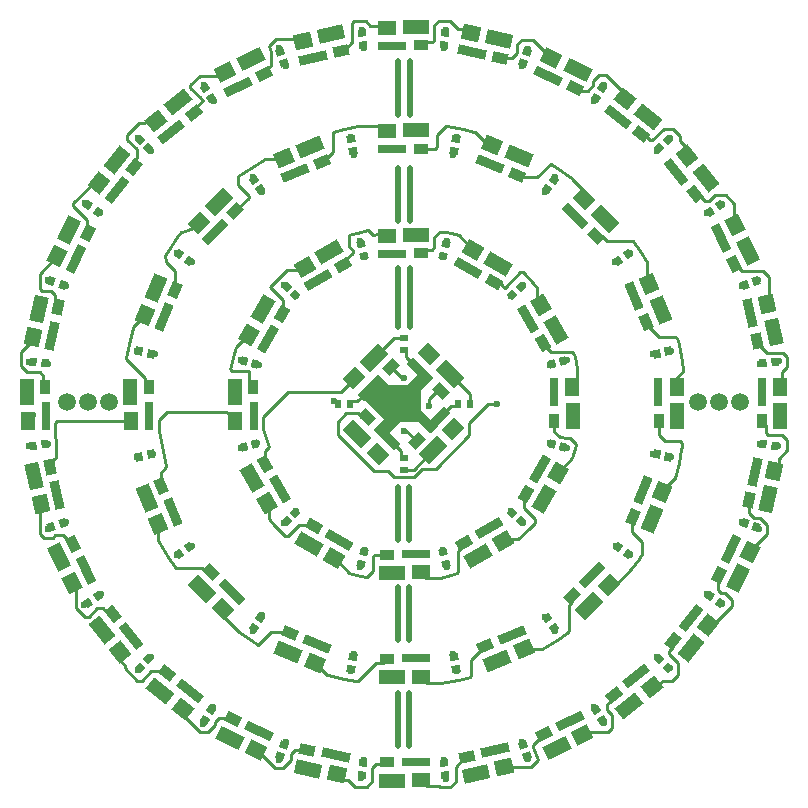
<source format=gtl>
G04*
G04 #@! TF.GenerationSoftware,Altium Limited,Altium Designer,20.2.4 (192)*
G04*
G04 Layer_Physical_Order=1*
G04 Layer_Color=255*
%FSLAX25Y25*%
%MOIN*%
G70*
G04*
G04 #@! TF.SameCoordinates,D12834CA-4DE5-443E-9A18-81BA23B25CB7*
G04*
G04*
G04 #@! TF.FilePolarity,Positive*
G04*
G01*
G75*
%ADD10R,0.05118X0.03543*%
%ADD11R,0.09449X0.03150*%
%ADD12R,0.08661X0.04724*%
%ADD13R,0.05906X0.05118*%
G04:AMPARAMS|DCode=14|XSize=23.62mil|YSize=27.56mil|CornerRadius=0mil|HoleSize=0mil|Usage=FLASHONLY|Rotation=173.571|XOffset=0mil|YOffset=0mil|HoleType=Round|Shape=Rectangle|*
%AMROTATEDRECTD14*
4,1,4,0.01328,0.01237,0.01019,-0.01502,-0.01328,-0.01237,-0.01019,0.01502,0.01328,0.01237,0.0*
%
%ADD14ROTATEDRECTD14*%

G04:AMPARAMS|DCode=15|XSize=23.62mil|YSize=27.56mil|CornerRadius=0mil|HoleSize=0mil|Usage=FLASHONLY|Rotation=160.714|XOffset=0mil|YOffset=0mil|HoleType=Round|Shape=Rectangle|*
%AMROTATEDRECTD15*
4,1,4,0.01570,0.00911,0.00660,-0.01691,-0.01570,-0.00911,-0.00660,0.01691,0.01570,0.00911,0.0*
%
%ADD15ROTATEDRECTD15*%

G04:AMPARAMS|DCode=16|XSize=23.62mil|YSize=27.56mil|CornerRadius=0mil|HoleSize=0mil|Usage=FLASHONLY|Rotation=147.857|XOffset=0mil|YOffset=0mil|HoleType=Round|Shape=Rectangle|*
%AMROTATEDRECTD16*
4,1,4,0.01733,0.00538,0.00267,-0.01795,-0.01733,-0.00538,-0.00267,0.01795,0.01733,0.00538,0.0*
%
%ADD16ROTATEDRECTD16*%

G04:AMPARAMS|DCode=17|XSize=23.62mil|YSize=27.56mil|CornerRadius=0mil|HoleSize=0mil|Usage=FLASHONLY|Rotation=135.000|XOffset=0mil|YOffset=0mil|HoleType=Round|Shape=Rectangle|*
%AMROTATEDRECTD17*
4,1,4,0.01810,0.00139,-0.00139,-0.01810,-0.01810,-0.00139,0.00139,0.01810,0.01810,0.00139,0.0*
%
%ADD17ROTATEDRECTD17*%

G04:AMPARAMS|DCode=18|XSize=23.62mil|YSize=27.56mil|CornerRadius=0mil|HoleSize=0mil|Usage=FLASHONLY|Rotation=122.143|XOffset=0mil|YOffset=0mil|HoleType=Round|Shape=Rectangle|*
%AMROTATEDRECTD18*
4,1,4,0.01795,-0.00267,-0.00538,-0.01733,-0.01795,0.00267,0.00538,0.01733,0.01795,-0.00267,0.0*
%
%ADD18ROTATEDRECTD18*%

G04:AMPARAMS|DCode=19|XSize=23.62mil|YSize=27.56mil|CornerRadius=0mil|HoleSize=0mil|Usage=FLASHONLY|Rotation=109.286|XOffset=0mil|YOffset=0mil|HoleType=Round|Shape=Rectangle|*
%AMROTATEDRECTD19*
4,1,4,0.01691,-0.00660,-0.00911,-0.01570,-0.01691,0.00660,0.00911,0.01570,0.01691,-0.00660,0.0*
%
%ADD19ROTATEDRECTD19*%

G04:AMPARAMS|DCode=20|XSize=23.62mil|YSize=27.56mil|CornerRadius=0mil|HoleSize=0mil|Usage=FLASHONLY|Rotation=57.857|XOffset=0mil|YOffset=0mil|HoleType=Round|Shape=Rectangle|*
%AMROTATEDRECTD20*
4,1,4,0.00538,-0.01733,-0.01795,-0.00267,-0.00538,0.01733,0.01795,0.00267,0.00538,-0.01733,0.0*
%
%ADD20ROTATEDRECTD20*%

G04:AMPARAMS|DCode=21|XSize=23.62mil|YSize=27.56mil|CornerRadius=0mil|HoleSize=0mil|Usage=FLASHONLY|Rotation=45.000|XOffset=0mil|YOffset=0mil|HoleType=Round|Shape=Rectangle|*
%AMROTATEDRECTD21*
4,1,4,0.00139,-0.01810,-0.01810,0.00139,-0.00139,0.01810,0.01810,-0.00139,0.00139,-0.01810,0.0*
%
%ADD21ROTATEDRECTD21*%

G04:AMPARAMS|DCode=22|XSize=23.62mil|YSize=27.56mil|CornerRadius=0mil|HoleSize=0mil|Usage=FLASHONLY|Rotation=32.143|XOffset=0mil|YOffset=0mil|HoleType=Round|Shape=Rectangle|*
%AMROTATEDRECTD22*
4,1,4,-0.00267,-0.01795,-0.01733,0.00538,0.00267,0.01795,0.01733,-0.00538,-0.00267,-0.01795,0.0*
%
%ADD22ROTATEDRECTD22*%

G04:AMPARAMS|DCode=23|XSize=23.62mil|YSize=27.56mil|CornerRadius=0mil|HoleSize=0mil|Usage=FLASHONLY|Rotation=19.286|XOffset=0mil|YOffset=0mil|HoleType=Round|Shape=Rectangle|*
%AMROTATEDRECTD23*
4,1,4,-0.00660,-0.01691,-0.01570,0.00911,0.00660,0.01691,0.01570,-0.00911,-0.00660,-0.01691,0.0*
%
%ADD23ROTATEDRECTD23*%

G04:AMPARAMS|DCode=24|XSize=51.18mil|YSize=35.43mil|CornerRadius=0mil|HoleSize=0mil|Usage=FLASHONLY|Rotation=321.429|XOffset=0mil|YOffset=0mil|HoleType=Round|Shape=Rectangle|*
%AMROTATEDRECTD24*
4,1,4,-0.03105,0.00210,-0.00896,0.02981,0.03105,-0.00210,0.00896,-0.02981,-0.03105,0.00210,0.0*
%
%ADD24ROTATEDRECTD24*%

G04:AMPARAMS|DCode=25|XSize=94.49mil|YSize=31.5mil|CornerRadius=0mil|HoleSize=0mil|Usage=FLASHONLY|Rotation=321.429|XOffset=0mil|YOffset=0mil|HoleType=Round|Shape=Rectangle|*
%AMROTATEDRECTD25*
4,1,4,-0.04676,0.01714,-0.02712,0.04177,0.04676,-0.01714,0.02712,-0.04177,-0.04676,0.01714,0.0*
%
%ADD25ROTATEDRECTD25*%

G04:AMPARAMS|DCode=26|XSize=86.61mil|YSize=47.24mil|CornerRadius=0mil|HoleSize=0mil|Usage=FLASHONLY|Rotation=321.429|XOffset=0mil|YOffset=0mil|HoleType=Round|Shape=Rectangle|*
%AMROTATEDRECTD26*
4,1,4,-0.04859,0.00853,-0.01913,0.04547,0.04859,-0.00853,0.01913,-0.04547,-0.04859,0.00853,0.0*
%
%ADD26ROTATEDRECTD26*%

G04:AMPARAMS|DCode=27|XSize=59.06mil|YSize=51.18mil|CornerRadius=0mil|HoleSize=0mil|Usage=FLASHONLY|Rotation=321.429|XOffset=0mil|YOffset=0mil|HoleType=Round|Shape=Rectangle|*
%AMROTATEDRECTD27*
4,1,4,-0.03904,-0.00160,-0.00713,0.03842,0.03904,0.00160,0.00713,-0.03842,-0.03904,-0.00160,0.0*
%
%ADD27ROTATEDRECTD27*%

G04:AMPARAMS|DCode=28|XSize=51.18mil|YSize=35.43mil|CornerRadius=0mil|HoleSize=0mil|Usage=FLASHONLY|Rotation=308.571|XOffset=0mil|YOffset=0mil|HoleType=Round|Shape=Rectangle|*
%AMROTATEDRECTD28*
4,1,4,-0.02981,0.00896,-0.00210,0.03105,0.02981,-0.00896,0.00210,-0.03105,-0.02981,0.00896,0.0*
%
%ADD28ROTATEDRECTD28*%

G04:AMPARAMS|DCode=29|XSize=94.49mil|YSize=31.5mil|CornerRadius=0mil|HoleSize=0mil|Usage=FLASHONLY|Rotation=308.571|XOffset=0mil|YOffset=0mil|HoleType=Round|Shape=Rectangle|*
%AMROTATEDRECTD29*
4,1,4,-0.04177,0.02712,-0.01714,0.04676,0.04177,-0.02712,0.01714,-0.04676,-0.04177,0.02712,0.0*
%
%ADD29ROTATEDRECTD29*%

G04:AMPARAMS|DCode=30|XSize=86.61mil|YSize=47.24mil|CornerRadius=0mil|HoleSize=0mil|Usage=FLASHONLY|Rotation=308.571|XOffset=0mil|YOffset=0mil|HoleType=Round|Shape=Rectangle|*
%AMROTATEDRECTD30*
4,1,4,-0.04547,0.01913,-0.00853,0.04859,0.04547,-0.01913,0.00853,-0.04859,-0.04547,0.01913,0.0*
%
%ADD30ROTATEDRECTD30*%

G04:AMPARAMS|DCode=31|XSize=59.06mil|YSize=51.18mil|CornerRadius=0mil|HoleSize=0mil|Usage=FLASHONLY|Rotation=308.571|XOffset=0mil|YOffset=0mil|HoleType=Round|Shape=Rectangle|*
%AMROTATEDRECTD31*
4,1,4,-0.03842,0.00713,0.00160,0.03904,0.03842,-0.00713,-0.00160,-0.03904,-0.03842,0.00713,0.0*
%
%ADD31ROTATEDRECTD31*%

G04:AMPARAMS|DCode=32|XSize=51.18mil|YSize=35.43mil|CornerRadius=0mil|HoleSize=0mil|Usage=FLASHONLY|Rotation=295.714|XOffset=0mil|YOffset=0mil|HoleType=Round|Shape=Rectangle|*
%AMROTATEDRECTD32*
4,1,4,-0.02707,0.01537,0.00486,0.03074,0.02707,-0.01537,-0.00486,-0.03074,-0.02707,0.01537,0.0*
%
%ADD32ROTATEDRECTD32*%

G04:AMPARAMS|DCode=33|XSize=94.49mil|YSize=31.5mil|CornerRadius=0mil|HoleSize=0mil|Usage=FLASHONLY|Rotation=295.714|XOffset=0mil|YOffset=0mil|HoleType=Round|Shape=Rectangle|*
%AMROTATEDRECTD33*
4,1,4,-0.03469,0.03573,-0.00631,0.04940,0.03469,-0.03573,0.00631,-0.04940,-0.03469,0.03573,0.0*
%
%ADD33ROTATEDRECTD33*%

G04:AMPARAMS|DCode=34|XSize=86.61mil|YSize=47.24mil|CornerRadius=0mil|HoleSize=0mil|Usage=FLASHONLY|Rotation=295.714|XOffset=0mil|YOffset=0mil|HoleType=Round|Shape=Rectangle|*
%AMROTATEDRECTD34*
4,1,4,-0.04007,0.02877,0.00249,0.04927,0.04007,-0.02877,-0.00249,-0.04927,-0.04007,0.02877,0.0*
%
%ADD34ROTATEDRECTD34*%

G04:AMPARAMS|DCode=35|XSize=59.06mil|YSize=51.18mil|CornerRadius=0mil|HoleSize=0mil|Usage=FLASHONLY|Rotation=295.714|XOffset=0mil|YOffset=0mil|HoleType=Round|Shape=Rectangle|*
%AMROTATEDRECTD35*
4,1,4,-0.03587,0.01550,0.01024,0.03771,0.03587,-0.01550,-0.01024,-0.03771,-0.03587,0.01550,0.0*
%
%ADD35ROTATEDRECTD35*%

G04:AMPARAMS|DCode=36|XSize=51.18mil|YSize=35.43mil|CornerRadius=0mil|HoleSize=0mil|Usage=FLASHONLY|Rotation=282.857|XOffset=0mil|YOffset=0mil|HoleType=Round|Shape=Rectangle|*
%AMROTATEDRECTD36*
4,1,4,-0.02297,0.02101,0.01158,0.02889,0.02297,-0.02101,-0.01158,-0.02889,-0.02297,0.02101,0.0*
%
%ADD36ROTATEDRECTD36*%

G04:AMPARAMS|DCode=37|XSize=94.49mil|YSize=31.5mil|CornerRadius=0mil|HoleSize=0mil|Usage=FLASHONLY|Rotation=282.857|XOffset=0mil|YOffset=0mil|HoleType=Round|Shape=Rectangle|*
%AMROTATEDRECTD37*
4,1,4,-0.02587,0.04256,0.00484,0.04956,0.02587,-0.04256,-0.00484,-0.04956,-0.02587,0.04256,0.0*
%
%ADD37ROTATEDRECTD37*%

G04:AMPARAMS|DCode=38|XSize=86.61mil|YSize=47.24mil|CornerRadius=0mil|HoleSize=0mil|Usage=FLASHONLY|Rotation=282.857|XOffset=0mil|YOffset=0mil|HoleType=Round|Shape=Rectangle|*
%AMROTATEDRECTD38*
4,1,4,-0.03267,0.03697,0.01339,0.04748,0.03267,-0.03697,-0.01339,-0.04748,-0.03267,0.03697,0.0*
%
%ADD38ROTATEDRECTD38*%

G04:AMPARAMS|DCode=39|XSize=59.06mil|YSize=51.18mil|CornerRadius=0mil|HoleSize=0mil|Usage=FLASHONLY|Rotation=282.857|XOffset=0mil|YOffset=0mil|HoleType=Round|Shape=Rectangle|*
%AMROTATEDRECTD39*
4,1,4,-0.03152,0.02309,0.01838,0.03448,0.03152,-0.02309,-0.01838,-0.03448,-0.03152,0.02309,0.0*
%
%ADD39ROTATEDRECTD39*%

%ADD40R,0.03543X0.05118*%
%ADD41R,0.03150X0.09449*%
%ADD42R,0.04724X0.08661*%
%ADD43R,0.05118X0.05906*%
G04:AMPARAMS|DCode=44|XSize=51.18mil|YSize=35.43mil|CornerRadius=0mil|HoleSize=0mil|Usage=FLASHONLY|Rotation=257.143|XOffset=0mil|YOffset=0mil|HoleType=Round|Shape=Rectangle|*
%AMROTATEDRECTD44*
4,1,4,-0.01158,0.02889,0.02297,0.02101,0.01158,-0.02889,-0.02297,-0.02101,-0.01158,0.02889,0.0*
%
%ADD44ROTATEDRECTD44*%

G04:AMPARAMS|DCode=45|XSize=94.49mil|YSize=31.5mil|CornerRadius=0mil|HoleSize=0mil|Usage=FLASHONLY|Rotation=257.143|XOffset=0mil|YOffset=0mil|HoleType=Round|Shape=Rectangle|*
%AMROTATEDRECTD45*
4,1,4,-0.00484,0.04956,0.02587,0.04256,0.00484,-0.04956,-0.02587,-0.04256,-0.00484,0.04956,0.0*
%
%ADD45ROTATEDRECTD45*%

G04:AMPARAMS|DCode=46|XSize=86.61mil|YSize=47.24mil|CornerRadius=0mil|HoleSize=0mil|Usage=FLASHONLY|Rotation=257.143|XOffset=0mil|YOffset=0mil|HoleType=Round|Shape=Rectangle|*
%AMROTATEDRECTD46*
4,1,4,-0.01339,0.04748,0.03267,0.03697,0.01339,-0.04748,-0.03267,-0.03697,-0.01339,0.04748,0.0*
%
%ADD46ROTATEDRECTD46*%

G04:AMPARAMS|DCode=47|XSize=59.06mil|YSize=51.18mil|CornerRadius=0mil|HoleSize=0mil|Usage=FLASHONLY|Rotation=257.143|XOffset=0mil|YOffset=0mil|HoleType=Round|Shape=Rectangle|*
%AMROTATEDRECTD47*
4,1,4,-0.01838,0.03448,0.03152,0.02309,0.01838,-0.03448,-0.03152,-0.02309,-0.01838,0.03448,0.0*
%
%ADD47ROTATEDRECTD47*%

G04:AMPARAMS|DCode=48|XSize=23.62mil|YSize=27.56mil|CornerRadius=0mil|HoleSize=0mil|Usage=FLASHONLY|Rotation=70.714|XOffset=0mil|YOffset=0mil|HoleType=Round|Shape=Rectangle|*
%AMROTATEDRECTD48*
4,1,4,0.00911,-0.01570,-0.01691,-0.00660,-0.00911,0.01570,0.01691,0.00660,0.00911,-0.01570,0.0*
%
%ADD48ROTATEDRECTD48*%

G04:AMPARAMS|DCode=49|XSize=51.18mil|YSize=35.43mil|CornerRadius=0mil|HoleSize=0mil|Usage=FLASHONLY|Rotation=192.857|XOffset=0mil|YOffset=0mil|HoleType=Round|Shape=Rectangle|*
%AMROTATEDRECTD49*
4,1,4,0.02101,0.02297,0.02889,-0.01158,-0.02101,-0.02297,-0.02889,0.01158,0.02101,0.02297,0.0*
%
%ADD49ROTATEDRECTD49*%

G04:AMPARAMS|DCode=50|XSize=94.49mil|YSize=31.5mil|CornerRadius=0mil|HoleSize=0mil|Usage=FLASHONLY|Rotation=192.857|XOffset=0mil|YOffset=0mil|HoleType=Round|Shape=Rectangle|*
%AMROTATEDRECTD50*
4,1,4,0.04256,0.02587,0.04956,-0.00484,-0.04256,-0.02587,-0.04956,0.00484,0.04256,0.02587,0.0*
%
%ADD50ROTATEDRECTD50*%

G04:AMPARAMS|DCode=51|XSize=86.61mil|YSize=47.24mil|CornerRadius=0mil|HoleSize=0mil|Usage=FLASHONLY|Rotation=192.857|XOffset=0mil|YOffset=0mil|HoleType=Round|Shape=Rectangle|*
%AMROTATEDRECTD51*
4,1,4,0.03697,0.03267,0.04748,-0.01339,-0.03697,-0.03267,-0.04748,0.01339,0.03697,0.03267,0.0*
%
%ADD51ROTATEDRECTD51*%

G04:AMPARAMS|DCode=52|XSize=59.06mil|YSize=51.18mil|CornerRadius=0mil|HoleSize=0mil|Usage=FLASHONLY|Rotation=192.857|XOffset=0mil|YOffset=0mil|HoleType=Round|Shape=Rectangle|*
%AMROTATEDRECTD52*
4,1,4,0.02309,0.03152,0.03448,-0.01838,-0.02309,-0.03152,-0.03448,0.01838,0.02309,0.03152,0.0*
%
%ADD52ROTATEDRECTD52*%

G04:AMPARAMS|DCode=53|XSize=51.18mil|YSize=35.43mil|CornerRadius=0mil|HoleSize=0mil|Usage=FLASHONLY|Rotation=167.143|XOffset=0mil|YOffset=0mil|HoleType=Round|Shape=Rectangle|*
%AMROTATEDRECTD53*
4,1,4,0.02889,0.01158,0.02101,-0.02297,-0.02889,-0.01158,-0.02101,0.02297,0.02889,0.01158,0.0*
%
%ADD53ROTATEDRECTD53*%

G04:AMPARAMS|DCode=54|XSize=94.49mil|YSize=31.5mil|CornerRadius=0mil|HoleSize=0mil|Usage=FLASHONLY|Rotation=167.143|XOffset=0mil|YOffset=0mil|HoleType=Round|Shape=Rectangle|*
%AMROTATEDRECTD54*
4,1,4,0.04956,0.00484,0.04256,-0.02587,-0.04956,-0.00484,-0.04256,0.02587,0.04956,0.00484,0.0*
%
%ADD54ROTATEDRECTD54*%

G04:AMPARAMS|DCode=55|XSize=86.61mil|YSize=47.24mil|CornerRadius=0mil|HoleSize=0mil|Usage=FLASHONLY|Rotation=167.143|XOffset=0mil|YOffset=0mil|HoleType=Round|Shape=Rectangle|*
%AMROTATEDRECTD55*
4,1,4,0.04748,0.01339,0.03697,-0.03267,-0.04748,-0.01339,-0.03697,0.03267,0.04748,0.01339,0.0*
%
%ADD55ROTATEDRECTD55*%

G04:AMPARAMS|DCode=56|XSize=59.06mil|YSize=51.18mil|CornerRadius=0mil|HoleSize=0mil|Usage=FLASHONLY|Rotation=167.143|XOffset=0mil|YOffset=0mil|HoleType=Round|Shape=Rectangle|*
%AMROTATEDRECTD56*
4,1,4,0.03448,0.01838,0.02309,-0.03152,-0.03448,-0.01838,-0.02309,0.03152,0.03448,0.01838,0.0*
%
%ADD56ROTATEDRECTD56*%

G04:AMPARAMS|DCode=57|XSize=51.18mil|YSize=35.43mil|CornerRadius=0mil|HoleSize=0mil|Usage=FLASHONLY|Rotation=154.286|XOffset=0mil|YOffset=0mil|HoleType=Round|Shape=Rectangle|*
%AMROTATEDRECTD57*
4,1,4,0.03074,0.00486,0.01537,-0.02707,-0.03074,-0.00486,-0.01537,0.02707,0.03074,0.00486,0.0*
%
%ADD57ROTATEDRECTD57*%

G04:AMPARAMS|DCode=58|XSize=94.49mil|YSize=31.5mil|CornerRadius=0mil|HoleSize=0mil|Usage=FLASHONLY|Rotation=154.286|XOffset=0mil|YOffset=0mil|HoleType=Round|Shape=Rectangle|*
%AMROTATEDRECTD58*
4,1,4,0.04940,-0.00631,0.03573,-0.03469,-0.04940,0.00631,-0.03573,0.03469,0.04940,-0.00631,0.0*
%
%ADD58ROTATEDRECTD58*%

G04:AMPARAMS|DCode=59|XSize=86.61mil|YSize=47.24mil|CornerRadius=0mil|HoleSize=0mil|Usage=FLASHONLY|Rotation=154.286|XOffset=0mil|YOffset=0mil|HoleType=Round|Shape=Rectangle|*
%AMROTATEDRECTD59*
4,1,4,0.04927,0.00249,0.02877,-0.04007,-0.04927,-0.00249,-0.02877,0.04007,0.04927,0.00249,0.0*
%
%ADD59ROTATEDRECTD59*%

G04:AMPARAMS|DCode=60|XSize=59.06mil|YSize=51.18mil|CornerRadius=0mil|HoleSize=0mil|Usage=FLASHONLY|Rotation=154.286|XOffset=0mil|YOffset=0mil|HoleType=Round|Shape=Rectangle|*
%AMROTATEDRECTD60*
4,1,4,0.03771,0.01024,0.01550,-0.03587,-0.03771,-0.01024,-0.01550,0.03587,0.03771,0.01024,0.0*
%
%ADD60ROTATEDRECTD60*%

G04:AMPARAMS|DCode=61|XSize=23.62mil|YSize=27.56mil|CornerRadius=0mil|HoleSize=0mil|Usage=FLASHONLY|Rotation=6.429|XOffset=0mil|YOffset=0mil|HoleType=Round|Shape=Rectangle|*
%AMROTATEDRECTD61*
4,1,4,-0.01019,-0.01502,-0.01328,0.01237,0.01019,0.01502,0.01328,-0.01237,-0.01019,-0.01502,0.0*
%
%ADD61ROTATEDRECTD61*%

G04:AMPARAMS|DCode=62|XSize=51.18mil|YSize=35.43mil|CornerRadius=0mil|HoleSize=0mil|Usage=FLASHONLY|Rotation=64.285|XOffset=0mil|YOffset=0mil|HoleType=Round|Shape=Rectangle|*
%AMROTATEDRECTD62*
4,1,4,0.00486,-0.03074,-0.02707,-0.01537,-0.00486,0.03074,0.02707,0.01537,0.00486,-0.03074,0.0*
%
%ADD62ROTATEDRECTD62*%

G04:AMPARAMS|DCode=63|XSize=94.49mil|YSize=31.5mil|CornerRadius=0mil|HoleSize=0mil|Usage=FLASHONLY|Rotation=64.285|XOffset=0mil|YOffset=0mil|HoleType=Round|Shape=Rectangle|*
%AMROTATEDRECTD63*
4,1,4,-0.00631,-0.04940,-0.03469,-0.03573,0.00631,0.04940,0.03469,0.03573,-0.00631,-0.04940,0.0*
%
%ADD63ROTATEDRECTD63*%

G04:AMPARAMS|DCode=64|XSize=86.61mil|YSize=47.24mil|CornerRadius=0mil|HoleSize=0mil|Usage=FLASHONLY|Rotation=64.285|XOffset=0mil|YOffset=0mil|HoleType=Round|Shape=Rectangle|*
%AMROTATEDRECTD64*
4,1,4,0.00249,-0.04927,-0.04007,-0.02877,-0.00249,0.04927,0.04007,0.02877,0.00249,-0.04927,0.0*
%
%ADD64ROTATEDRECTD64*%

G04:AMPARAMS|DCode=65|XSize=59.06mil|YSize=51.18mil|CornerRadius=0mil|HoleSize=0mil|Usage=FLASHONLY|Rotation=64.285|XOffset=0mil|YOffset=0mil|HoleType=Round|Shape=Rectangle|*
%AMROTATEDRECTD65*
4,1,4,0.01024,-0.03771,-0.03587,-0.01550,-0.01024,0.03771,0.03587,0.01550,0.01024,-0.03771,0.0*
%
%ADD65ROTATEDRECTD65*%

G04:AMPARAMS|DCode=66|XSize=51.18mil|YSize=35.43mil|CornerRadius=0mil|HoleSize=0mil|Usage=FLASHONLY|Rotation=51.428|XOffset=0mil|YOffset=0mil|HoleType=Round|Shape=Rectangle|*
%AMROTATEDRECTD66*
4,1,4,-0.00210,-0.03105,-0.02981,-0.00896,0.00210,0.03105,0.02981,0.00896,-0.00210,-0.03105,0.0*
%
%ADD66ROTATEDRECTD66*%

G04:AMPARAMS|DCode=67|XSize=94.49mil|YSize=31.5mil|CornerRadius=0mil|HoleSize=0mil|Usage=FLASHONLY|Rotation=51.428|XOffset=0mil|YOffset=0mil|HoleType=Round|Shape=Rectangle|*
%AMROTATEDRECTD67*
4,1,4,-0.01714,-0.04676,-0.04177,-0.02712,0.01714,0.04676,0.04177,0.02712,-0.01714,-0.04676,0.0*
%
%ADD67ROTATEDRECTD67*%

G04:AMPARAMS|DCode=68|XSize=86.61mil|YSize=47.24mil|CornerRadius=0mil|HoleSize=0mil|Usage=FLASHONLY|Rotation=51.428|XOffset=0mil|YOffset=0mil|HoleType=Round|Shape=Rectangle|*
%AMROTATEDRECTD68*
4,1,4,-0.00853,-0.04859,-0.04547,-0.01913,0.00853,0.04859,0.04547,0.01913,-0.00853,-0.04859,0.0*
%
%ADD68ROTATEDRECTD68*%

G04:AMPARAMS|DCode=69|XSize=59.06mil|YSize=51.18mil|CornerRadius=0mil|HoleSize=0mil|Usage=FLASHONLY|Rotation=51.428|XOffset=0mil|YOffset=0mil|HoleType=Round|Shape=Rectangle|*
%AMROTATEDRECTD69*
4,1,4,0.00160,-0.03904,-0.03842,-0.00713,-0.00160,0.03904,0.03842,0.00713,0.00160,-0.03904,0.0*
%
%ADD69ROTATEDRECTD69*%

G04:AMPARAMS|DCode=70|XSize=23.62mil|YSize=27.56mil|CornerRadius=0mil|HoleSize=0mil|Usage=FLASHONLY|Rotation=276.429|XOffset=0mil|YOffset=0mil|HoleType=Round|Shape=Rectangle|*
%AMROTATEDRECTD70*
4,1,4,-0.01502,0.01019,0.01237,0.01328,0.01502,-0.01019,-0.01237,-0.01328,-0.01502,0.01019,0.0*
%
%ADD70ROTATEDRECTD70*%

G04:AMPARAMS|DCode=71|XSize=23.62mil|YSize=27.56mil|CornerRadius=0mil|HoleSize=0mil|Usage=FLASHONLY|Rotation=263.571|XOffset=0mil|YOffset=0mil|HoleType=Round|Shape=Rectangle|*
%AMROTATEDRECTD71*
4,1,4,-0.01237,0.01328,0.01502,0.01019,0.01237,-0.01328,-0.01502,-0.01019,-0.01237,0.01328,0.0*
%
%ADD71ROTATEDRECTD71*%

G04:AMPARAMS|DCode=72|XSize=23.62mil|YSize=27.56mil|CornerRadius=0mil|HoleSize=0mil|Usage=FLASHONLY|Rotation=168.750|XOffset=0mil|YOffset=0mil|HoleType=Round|Shape=Rectangle|*
%AMROTATEDRECTD72*
4,1,4,0.01427,0.01121,0.00890,-0.01582,-0.01427,-0.01121,-0.00890,0.01582,0.01427,0.01121,0.0*
%
%ADD72ROTATEDRECTD72*%

G04:AMPARAMS|DCode=73|XSize=51.18mil|YSize=35.43mil|CornerRadius=0mil|HoleSize=0mil|Usage=FLASHONLY|Rotation=67.500|XOffset=0mil|YOffset=0mil|HoleType=Round|Shape=Rectangle|*
%AMROTATEDRECTD73*
4,1,4,0.00658,-0.03042,-0.02616,-0.01686,-0.00658,0.03042,0.02616,0.01686,0.00658,-0.03042,0.0*
%
%ADD73ROTATEDRECTD73*%

G04:AMPARAMS|DCode=74|XSize=94.49mil|YSize=31.5mil|CornerRadius=0mil|HoleSize=0mil|Usage=FLASHONLY|Rotation=67.500|XOffset=0mil|YOffset=0mil|HoleType=Round|Shape=Rectangle|*
%AMROTATEDRECTD74*
4,1,4,-0.00353,-0.04967,-0.03263,-0.03762,0.00353,0.04967,0.03263,0.03762,-0.00353,-0.04967,0.0*
%
%ADD74ROTATEDRECTD74*%

G04:AMPARAMS|DCode=75|XSize=86.61mil|YSize=47.24mil|CornerRadius=0mil|HoleSize=0mil|Usage=FLASHONLY|Rotation=67.500|XOffset=0mil|YOffset=0mil|HoleType=Round|Shape=Rectangle|*
%AMROTATEDRECTD75*
4,1,4,0.00525,-0.04905,-0.03840,-0.03097,-0.00525,0.04905,0.03840,0.03097,0.00525,-0.04905,0.0*
%
%ADD75ROTATEDRECTD75*%

G04:AMPARAMS|DCode=76|XSize=59.06mil|YSize=51.18mil|CornerRadius=0mil|HoleSize=0mil|Usage=FLASHONLY|Rotation=67.500|XOffset=0mil|YOffset=0mil|HoleType=Round|Shape=Rectangle|*
%AMROTATEDRECTD76*
4,1,4,0.01234,-0.03707,-0.03494,-0.01749,-0.01234,0.03707,0.03494,0.01749,0.01234,-0.03707,0.0*
%
%ADD76ROTATEDRECTD76*%

G04:AMPARAMS|DCode=77|XSize=51.18mil|YSize=35.43mil|CornerRadius=0mil|HoleSize=0mil|Usage=FLASHONLY|Rotation=45.000|XOffset=0mil|YOffset=0mil|HoleType=Round|Shape=Rectangle|*
%AMROTATEDRECTD77*
4,1,4,-0.00557,-0.03062,-0.03062,-0.00557,0.00557,0.03062,0.03062,0.00557,-0.00557,-0.03062,0.0*
%
%ADD77ROTATEDRECTD77*%

G04:AMPARAMS|DCode=78|XSize=94.49mil|YSize=31.5mil|CornerRadius=0mil|HoleSize=0mil|Usage=FLASHONLY|Rotation=45.000|XOffset=0mil|YOffset=0mil|HoleType=Round|Shape=Rectangle|*
%AMROTATEDRECTD78*
4,1,4,-0.02227,-0.04454,-0.04454,-0.02227,0.02227,0.04454,0.04454,0.02227,-0.02227,-0.04454,0.0*
%
%ADD78ROTATEDRECTD78*%

G04:AMPARAMS|DCode=79|XSize=86.61mil|YSize=47.24mil|CornerRadius=0mil|HoleSize=0mil|Usage=FLASHONLY|Rotation=45.000|XOffset=0mil|YOffset=0mil|HoleType=Round|Shape=Rectangle|*
%AMROTATEDRECTD79*
4,1,4,-0.01392,-0.04733,-0.04733,-0.01392,0.01392,0.04733,0.04733,0.01392,-0.01392,-0.04733,0.0*
%
%ADD79ROTATEDRECTD79*%

G04:AMPARAMS|DCode=80|XSize=59.06mil|YSize=51.18mil|CornerRadius=0mil|HoleSize=0mil|Usage=FLASHONLY|Rotation=45.000|XOffset=0mil|YOffset=0mil|HoleType=Round|Shape=Rectangle|*
%AMROTATEDRECTD80*
4,1,4,-0.00278,-0.03897,-0.03897,-0.00278,0.00278,0.03897,0.03897,0.00278,-0.00278,-0.03897,0.0*
%
%ADD80ROTATEDRECTD80*%

G04:AMPARAMS|DCode=81|XSize=51.18mil|YSize=35.43mil|CornerRadius=0mil|HoleSize=0mil|Usage=FLASHONLY|Rotation=22.500|XOffset=0mil|YOffset=0mil|HoleType=Round|Shape=Rectangle|*
%AMROTATEDRECTD81*
4,1,4,-0.01686,-0.02616,-0.03042,0.00658,0.01686,0.02616,0.03042,-0.00658,-0.01686,-0.02616,0.0*
%
%ADD81ROTATEDRECTD81*%

G04:AMPARAMS|DCode=82|XSize=94.49mil|YSize=31.5mil|CornerRadius=0mil|HoleSize=0mil|Usage=FLASHONLY|Rotation=22.500|XOffset=0mil|YOffset=0mil|HoleType=Round|Shape=Rectangle|*
%AMROTATEDRECTD82*
4,1,4,-0.03762,-0.03263,-0.04967,-0.00353,0.03762,0.03263,0.04967,0.00353,-0.03762,-0.03263,0.0*
%
%ADD82ROTATEDRECTD82*%

G04:AMPARAMS|DCode=83|XSize=86.61mil|YSize=47.24mil|CornerRadius=0mil|HoleSize=0mil|Usage=FLASHONLY|Rotation=22.500|XOffset=0mil|YOffset=0mil|HoleType=Round|Shape=Rectangle|*
%AMROTATEDRECTD83*
4,1,4,-0.03097,-0.03840,-0.04905,0.00525,0.03097,0.03840,0.04905,-0.00525,-0.03097,-0.03840,0.0*
%
%ADD83ROTATEDRECTD83*%

G04:AMPARAMS|DCode=84|XSize=59.06mil|YSize=51.18mil|CornerRadius=0mil|HoleSize=0mil|Usage=FLASHONLY|Rotation=22.500|XOffset=0mil|YOffset=0mil|HoleType=Round|Shape=Rectangle|*
%AMROTATEDRECTD84*
4,1,4,-0.01749,-0.03494,-0.03707,0.01234,0.01749,0.03494,0.03707,-0.01234,-0.01749,-0.03494,0.0*
%
%ADD84ROTATEDRECTD84*%

G04:AMPARAMS|DCode=85|XSize=23.62mil|YSize=27.56mil|CornerRadius=0mil|HoleSize=0mil|Usage=FLASHONLY|Rotation=146.250|XOffset=0mil|YOffset=0mil|HoleType=Round|Shape=Rectangle|*
%AMROTATEDRECTD85*
4,1,4,0.01748,0.00490,0.00217,-0.01802,-0.01748,-0.00490,-0.00217,0.01802,0.01748,0.00490,0.0*
%
%ADD85ROTATEDRECTD85*%

G04:AMPARAMS|DCode=86|XSize=23.62mil|YSize=27.56mil|CornerRadius=0mil|HoleSize=0mil|Usage=FLASHONLY|Rotation=123.750|XOffset=0mil|YOffset=0mil|HoleType=Round|Shape=Rectangle|*
%AMROTATEDRECTD86*
4,1,4,0.01802,-0.00217,-0.00490,-0.01748,-0.01802,0.00217,0.00490,0.01748,0.01802,-0.00217,0.0*
%
%ADD86ROTATEDRECTD86*%

G04:AMPARAMS|DCode=87|XSize=23.62mil|YSize=27.56mil|CornerRadius=0mil|HoleSize=0mil|Usage=FLASHONLY|Rotation=101.250|XOffset=0mil|YOffset=0mil|HoleType=Round|Shape=Rectangle|*
%AMROTATEDRECTD87*
4,1,4,0.01582,-0.00890,-0.01121,-0.01427,-0.01582,0.00890,0.01121,0.01427,0.01582,-0.00890,0.0*
%
%ADD87ROTATEDRECTD87*%

G04:AMPARAMS|DCode=88|XSize=51.18mil|YSize=35.43mil|CornerRadius=0mil|HoleSize=0mil|Usage=FLASHONLY|Rotation=218.571|XOffset=0mil|YOffset=0mil|HoleType=Round|Shape=Rectangle|*
%AMROTATEDRECTD88*
4,1,4,0.00896,0.02981,0.03105,0.00210,-0.00896,-0.02981,-0.03105,-0.00210,0.00896,0.02981,0.0*
%
%ADD88ROTATEDRECTD88*%

G04:AMPARAMS|DCode=89|XSize=94.49mil|YSize=31.5mil|CornerRadius=0mil|HoleSize=0mil|Usage=FLASHONLY|Rotation=218.571|XOffset=0mil|YOffset=0mil|HoleType=Round|Shape=Rectangle|*
%AMROTATEDRECTD89*
4,1,4,0.02712,0.04177,0.04676,0.01714,-0.02712,-0.04177,-0.04676,-0.01714,0.02712,0.04177,0.0*
%
%ADD89ROTATEDRECTD89*%

G04:AMPARAMS|DCode=90|XSize=86.61mil|YSize=47.24mil|CornerRadius=0mil|HoleSize=0mil|Usage=FLASHONLY|Rotation=218.571|XOffset=0mil|YOffset=0mil|HoleType=Round|Shape=Rectangle|*
%AMROTATEDRECTD90*
4,1,4,0.01913,0.04547,0.04859,0.00853,-0.01913,-0.04547,-0.04859,-0.00853,0.01913,0.04547,0.0*
%
%ADD90ROTATEDRECTD90*%

G04:AMPARAMS|DCode=91|XSize=59.06mil|YSize=51.18mil|CornerRadius=0mil|HoleSize=0mil|Usage=FLASHONLY|Rotation=218.571|XOffset=0mil|YOffset=0mil|HoleType=Round|Shape=Rectangle|*
%AMROTATEDRECTD91*
4,1,4,0.00713,0.03842,0.03904,-0.00160,-0.00713,-0.03842,-0.03904,0.00160,0.00713,0.03842,0.0*
%
%ADD91ROTATEDRECTD91*%

G04:AMPARAMS|DCode=92|XSize=51.18mil|YSize=35.43mil|CornerRadius=0mil|HoleSize=0mil|Usage=FLASHONLY|Rotation=205.714|XOffset=0mil|YOffset=0mil|HoleType=Round|Shape=Rectangle|*
%AMROTATEDRECTD92*
4,1,4,0.01537,0.02707,0.03074,-0.00486,-0.01537,-0.02707,-0.03074,0.00486,0.01537,0.02707,0.0*
%
%ADD92ROTATEDRECTD92*%

G04:AMPARAMS|DCode=93|XSize=94.49mil|YSize=31.5mil|CornerRadius=0mil|HoleSize=0mil|Usage=FLASHONLY|Rotation=205.714|XOffset=0mil|YOffset=0mil|HoleType=Round|Shape=Rectangle|*
%AMROTATEDRECTD93*
4,1,4,0.03573,0.03469,0.04940,0.00631,-0.03573,-0.03469,-0.04940,-0.00631,0.03573,0.03469,0.0*
%
%ADD93ROTATEDRECTD93*%

G04:AMPARAMS|DCode=94|XSize=86.61mil|YSize=47.24mil|CornerRadius=0mil|HoleSize=0mil|Usage=FLASHONLY|Rotation=205.714|XOffset=0mil|YOffset=0mil|HoleType=Round|Shape=Rectangle|*
%AMROTATEDRECTD94*
4,1,4,0.02877,0.04007,0.04927,-0.00249,-0.02877,-0.04007,-0.04927,0.00249,0.02877,0.04007,0.0*
%
%ADD94ROTATEDRECTD94*%

G04:AMPARAMS|DCode=95|XSize=59.06mil|YSize=51.18mil|CornerRadius=0mil|HoleSize=0mil|Usage=FLASHONLY|Rotation=205.714|XOffset=0mil|YOffset=0mil|HoleType=Round|Shape=Rectangle|*
%AMROTATEDRECTD95*
4,1,4,0.01550,0.03587,0.03771,-0.01024,-0.01550,-0.03587,-0.03771,0.01024,0.01550,0.03587,0.0*
%
%ADD95ROTATEDRECTD95*%

G04:AMPARAMS|DCode=96|XSize=23.62mil|YSize=27.56mil|CornerRadius=0mil|HoleSize=0mil|Usage=FLASHONLY|Rotation=78.750|XOffset=0mil|YOffset=0mil|HoleType=Round|Shape=Rectangle|*
%AMROTATEDRECTD96*
4,1,4,0.01121,-0.01427,-0.01582,-0.00890,-0.01121,0.01427,0.01582,0.00890,0.01121,-0.01427,0.0*
%
%ADD96ROTATEDRECTD96*%

G04:AMPARAMS|DCode=97|XSize=23.62mil|YSize=27.56mil|CornerRadius=0mil|HoleSize=0mil|Usage=FLASHONLY|Rotation=56.250|XOffset=0mil|YOffset=0mil|HoleType=Round|Shape=Rectangle|*
%AMROTATEDRECTD97*
4,1,4,0.00490,-0.01748,-0.01802,-0.00217,-0.00490,0.01748,0.01802,0.00217,0.00490,-0.01748,0.0*
%
%ADD97ROTATEDRECTD97*%

G04:AMPARAMS|DCode=98|XSize=23.62mil|YSize=27.56mil|CornerRadius=0mil|HoleSize=0mil|Usage=FLASHONLY|Rotation=33.750|XOffset=0mil|YOffset=0mil|HoleType=Round|Shape=Rectangle|*
%AMROTATEDRECTD98*
4,1,4,-0.00217,-0.01802,-0.01748,0.00490,0.00217,0.01802,0.01748,-0.00490,-0.00217,-0.01802,0.0*
%
%ADD98ROTATEDRECTD98*%

G04:AMPARAMS|DCode=99|XSize=23.62mil|YSize=27.56mil|CornerRadius=0mil|HoleSize=0mil|Usage=FLASHONLY|Rotation=11.250|XOffset=0mil|YOffset=0mil|HoleType=Round|Shape=Rectangle|*
%AMROTATEDRECTD99*
4,1,4,-0.00890,-0.01582,-0.01427,0.01121,0.00890,0.01582,0.01427,-0.01121,-0.00890,-0.01582,0.0*
%
%ADD99ROTATEDRECTD99*%

G04:AMPARAMS|DCode=100|XSize=51.18mil|YSize=35.43mil|CornerRadius=0mil|HoleSize=0mil|Usage=FLASHONLY|Rotation=337.500|XOffset=0mil|YOffset=0mil|HoleType=Round|Shape=Rectangle|*
%AMROTATEDRECTD100*
4,1,4,-0.03042,-0.00658,-0.01686,0.02616,0.03042,0.00658,0.01686,-0.02616,-0.03042,-0.00658,0.0*
%
%ADD100ROTATEDRECTD100*%

G04:AMPARAMS|DCode=101|XSize=94.49mil|YSize=31.5mil|CornerRadius=0mil|HoleSize=0mil|Usage=FLASHONLY|Rotation=337.500|XOffset=0mil|YOffset=0mil|HoleType=Round|Shape=Rectangle|*
%AMROTATEDRECTD101*
4,1,4,-0.04967,0.00353,-0.03762,0.03263,0.04967,-0.00353,0.03762,-0.03263,-0.04967,0.00353,0.0*
%
%ADD101ROTATEDRECTD101*%

G04:AMPARAMS|DCode=102|XSize=86.61mil|YSize=47.24mil|CornerRadius=0mil|HoleSize=0mil|Usage=FLASHONLY|Rotation=337.500|XOffset=0mil|YOffset=0mil|HoleType=Round|Shape=Rectangle|*
%AMROTATEDRECTD102*
4,1,4,-0.04905,-0.00525,-0.03097,0.03840,0.04905,0.00525,0.03097,-0.03840,-0.04905,-0.00525,0.0*
%
%ADD102ROTATEDRECTD102*%

G04:AMPARAMS|DCode=103|XSize=59.06mil|YSize=51.18mil|CornerRadius=0mil|HoleSize=0mil|Usage=FLASHONLY|Rotation=337.500|XOffset=0mil|YOffset=0mil|HoleType=Round|Shape=Rectangle|*
%AMROTATEDRECTD103*
4,1,4,-0.03707,-0.01234,-0.01749,0.03494,0.03707,0.01234,0.01749,-0.03494,-0.03707,-0.01234,0.0*
%
%ADD103ROTATEDRECTD103*%

G04:AMPARAMS|DCode=104|XSize=51.18mil|YSize=35.43mil|CornerRadius=0mil|HoleSize=0mil|Usage=FLASHONLY|Rotation=315.000|XOffset=0mil|YOffset=0mil|HoleType=Round|Shape=Rectangle|*
%AMROTATEDRECTD104*
4,1,4,-0.03062,0.00557,-0.00557,0.03062,0.03062,-0.00557,0.00557,-0.03062,-0.03062,0.00557,0.0*
%
%ADD104ROTATEDRECTD104*%

G04:AMPARAMS|DCode=105|XSize=94.49mil|YSize=31.5mil|CornerRadius=0mil|HoleSize=0mil|Usage=FLASHONLY|Rotation=315.000|XOffset=0mil|YOffset=0mil|HoleType=Round|Shape=Rectangle|*
%AMROTATEDRECTD105*
4,1,4,-0.04454,0.02227,-0.02227,0.04454,0.04454,-0.02227,0.02227,-0.04454,-0.04454,0.02227,0.0*
%
%ADD105ROTATEDRECTD105*%

G04:AMPARAMS|DCode=106|XSize=86.61mil|YSize=47.24mil|CornerRadius=0mil|HoleSize=0mil|Usage=FLASHONLY|Rotation=315.000|XOffset=0mil|YOffset=0mil|HoleType=Round|Shape=Rectangle|*
%AMROTATEDRECTD106*
4,1,4,-0.04733,0.01392,-0.01392,0.04733,0.04733,-0.01392,0.01392,-0.04733,-0.04733,0.01392,0.0*
%
%ADD106ROTATEDRECTD106*%

G04:AMPARAMS|DCode=107|XSize=59.06mil|YSize=51.18mil|CornerRadius=0mil|HoleSize=0mil|Usage=FLASHONLY|Rotation=315.000|XOffset=0mil|YOffset=0mil|HoleType=Round|Shape=Rectangle|*
%AMROTATEDRECTD107*
4,1,4,-0.03897,0.00278,-0.00278,0.03897,0.03897,-0.00278,0.00278,-0.03897,-0.03897,0.00278,0.0*
%
%ADD107ROTATEDRECTD107*%

G04:AMPARAMS|DCode=108|XSize=51.18mil|YSize=35.43mil|CornerRadius=0mil|HoleSize=0mil|Usage=FLASHONLY|Rotation=292.500|XOffset=0mil|YOffset=0mil|HoleType=Round|Shape=Rectangle|*
%AMROTATEDRECTD108*
4,1,4,-0.02616,0.01686,0.00658,0.03042,0.02616,-0.01686,-0.00658,-0.03042,-0.02616,0.01686,0.0*
%
%ADD108ROTATEDRECTD108*%

G04:AMPARAMS|DCode=109|XSize=94.49mil|YSize=31.5mil|CornerRadius=0mil|HoleSize=0mil|Usage=FLASHONLY|Rotation=292.500|XOffset=0mil|YOffset=0mil|HoleType=Round|Shape=Rectangle|*
%AMROTATEDRECTD109*
4,1,4,-0.03263,0.03762,-0.00353,0.04967,0.03263,-0.03762,0.00353,-0.04967,-0.03263,0.03762,0.0*
%
%ADD109ROTATEDRECTD109*%

G04:AMPARAMS|DCode=110|XSize=86.61mil|YSize=47.24mil|CornerRadius=0mil|HoleSize=0mil|Usage=FLASHONLY|Rotation=292.500|XOffset=0mil|YOffset=0mil|HoleType=Round|Shape=Rectangle|*
%AMROTATEDRECTD110*
4,1,4,-0.03840,0.03097,0.00525,0.04905,0.03840,-0.03097,-0.00525,-0.04905,-0.03840,0.03097,0.0*
%
%ADD110ROTATEDRECTD110*%

G04:AMPARAMS|DCode=111|XSize=59.06mil|YSize=51.18mil|CornerRadius=0mil|HoleSize=0mil|Usage=FLASHONLY|Rotation=292.500|XOffset=0mil|YOffset=0mil|HoleType=Round|Shape=Rectangle|*
%AMROTATEDRECTD111*
4,1,4,-0.03494,0.01749,0.01234,0.03707,0.03494,-0.01749,-0.01234,-0.03707,-0.03494,0.01749,0.0*
%
%ADD111ROTATEDRECTD111*%

%ADD112R,0.02362X0.02756*%
%ADD113R,0.02756X0.02362*%
G04:AMPARAMS|DCode=114|XSize=51.18mil|YSize=35.43mil|CornerRadius=0mil|HoleSize=0mil|Usage=FLASHONLY|Rotation=330.000|XOffset=0mil|YOffset=0mil|HoleType=Round|Shape=Rectangle|*
%AMROTATEDRECTD114*
4,1,4,-0.03102,-0.00255,-0.01330,0.02814,0.03102,0.00255,0.01330,-0.02814,-0.03102,-0.00255,0.0*
%
%ADD114ROTATEDRECTD114*%

G04:AMPARAMS|DCode=115|XSize=94.49mil|YSize=31.5mil|CornerRadius=0mil|HoleSize=0mil|Usage=FLASHONLY|Rotation=330.000|XOffset=0mil|YOffset=0mil|HoleType=Round|Shape=Rectangle|*
%AMROTATEDRECTD115*
4,1,4,-0.04879,0.00998,-0.03304,0.03726,0.04879,-0.00998,0.03304,-0.03726,-0.04879,0.00998,0.0*
%
%ADD115ROTATEDRECTD115*%

G04:AMPARAMS|DCode=116|XSize=86.61mil|YSize=47.24mil|CornerRadius=0mil|HoleSize=0mil|Usage=FLASHONLY|Rotation=330.000|XOffset=0mil|YOffset=0mil|HoleType=Round|Shape=Rectangle|*
%AMROTATEDRECTD116*
4,1,4,-0.04932,0.00120,-0.02569,0.04211,0.04932,-0.00120,0.02569,-0.04211,-0.04932,0.00120,0.0*
%
%ADD116ROTATEDRECTD116*%

G04:AMPARAMS|DCode=117|XSize=59.06mil|YSize=51.18mil|CornerRadius=0mil|HoleSize=0mil|Usage=FLASHONLY|Rotation=330.000|XOffset=0mil|YOffset=0mil|HoleType=Round|Shape=Rectangle|*
%AMROTATEDRECTD117*
4,1,4,-0.03837,-0.00740,-0.01278,0.03693,0.03837,0.00740,0.01278,-0.03693,-0.03837,-0.00740,0.0*
%
%ADD117ROTATEDRECTD117*%

G04:AMPARAMS|DCode=118|XSize=51.18mil|YSize=35.43mil|CornerRadius=0mil|HoleSize=0mil|Usage=FLASHONLY|Rotation=300.000|XOffset=0mil|YOffset=0mil|HoleType=Round|Shape=Rectangle|*
%AMROTATEDRECTD118*
4,1,4,-0.02814,0.01330,0.00255,0.03102,0.02814,-0.01330,-0.00255,-0.03102,-0.02814,0.01330,0.0*
%
%ADD118ROTATEDRECTD118*%

G04:AMPARAMS|DCode=119|XSize=94.49mil|YSize=31.5mil|CornerRadius=0mil|HoleSize=0mil|Usage=FLASHONLY|Rotation=300.000|XOffset=0mil|YOffset=0mil|HoleType=Round|Shape=Rectangle|*
%AMROTATEDRECTD119*
4,1,4,-0.03726,0.03304,-0.00998,0.04879,0.03726,-0.03304,0.00998,-0.04879,-0.03726,0.03304,0.0*
%
%ADD119ROTATEDRECTD119*%

G04:AMPARAMS|DCode=120|XSize=86.61mil|YSize=47.24mil|CornerRadius=0mil|HoleSize=0mil|Usage=FLASHONLY|Rotation=300.000|XOffset=0mil|YOffset=0mil|HoleType=Round|Shape=Rectangle|*
%AMROTATEDRECTD120*
4,1,4,-0.04211,0.02569,-0.00120,0.04932,0.04211,-0.02569,0.00120,-0.04932,-0.04211,0.02569,0.0*
%
%ADD120ROTATEDRECTD120*%

G04:AMPARAMS|DCode=121|XSize=59.06mil|YSize=51.18mil|CornerRadius=0mil|HoleSize=0mil|Usage=FLASHONLY|Rotation=300.000|XOffset=0mil|YOffset=0mil|HoleType=Round|Shape=Rectangle|*
%AMROTATEDRECTD121*
4,1,4,-0.03693,0.01278,0.00740,0.03837,0.03693,-0.01278,-0.00740,-0.03837,-0.03693,0.01278,0.0*
%
%ADD121ROTATEDRECTD121*%

G04:AMPARAMS|DCode=122|XSize=51.18mil|YSize=35.43mil|CornerRadius=0mil|HoleSize=0mil|Usage=FLASHONLY|Rotation=240.000|XOffset=0mil|YOffset=0mil|HoleType=Round|Shape=Rectangle|*
%AMROTATEDRECTD122*
4,1,4,-0.00255,0.03102,0.02814,0.01330,0.00255,-0.03102,-0.02814,-0.01330,-0.00255,0.03102,0.0*
%
%ADD122ROTATEDRECTD122*%

G04:AMPARAMS|DCode=123|XSize=94.49mil|YSize=31.5mil|CornerRadius=0mil|HoleSize=0mil|Usage=FLASHONLY|Rotation=240.000|XOffset=0mil|YOffset=0mil|HoleType=Round|Shape=Rectangle|*
%AMROTATEDRECTD123*
4,1,4,0.00998,0.04879,0.03726,0.03304,-0.00998,-0.04879,-0.03726,-0.03304,0.00998,0.04879,0.0*
%
%ADD123ROTATEDRECTD123*%

G04:AMPARAMS|DCode=124|XSize=86.61mil|YSize=47.24mil|CornerRadius=0mil|HoleSize=0mil|Usage=FLASHONLY|Rotation=240.000|XOffset=0mil|YOffset=0mil|HoleType=Round|Shape=Rectangle|*
%AMROTATEDRECTD124*
4,1,4,0.00120,0.04932,0.04211,0.02569,-0.00120,-0.04932,-0.04211,-0.02569,0.00120,0.04932,0.0*
%
%ADD124ROTATEDRECTD124*%

G04:AMPARAMS|DCode=125|XSize=59.06mil|YSize=51.18mil|CornerRadius=0mil|HoleSize=0mil|Usage=FLASHONLY|Rotation=240.000|XOffset=0mil|YOffset=0mil|HoleType=Round|Shape=Rectangle|*
%AMROTATEDRECTD125*
4,1,4,-0.00740,0.03837,0.03693,0.01278,0.00740,-0.03837,-0.03693,-0.01278,-0.00740,0.03837,0.0*
%
%ADD125ROTATEDRECTD125*%

G04:AMPARAMS|DCode=126|XSize=51.18mil|YSize=35.43mil|CornerRadius=0mil|HoleSize=0mil|Usage=FLASHONLY|Rotation=210.000|XOffset=0mil|YOffset=0mil|HoleType=Round|Shape=Rectangle|*
%AMROTATEDRECTD126*
4,1,4,0.01330,0.02814,0.03102,-0.00255,-0.01330,-0.02814,-0.03102,0.00255,0.01330,0.02814,0.0*
%
%ADD126ROTATEDRECTD126*%

G04:AMPARAMS|DCode=127|XSize=94.49mil|YSize=31.5mil|CornerRadius=0mil|HoleSize=0mil|Usage=FLASHONLY|Rotation=210.000|XOffset=0mil|YOffset=0mil|HoleType=Round|Shape=Rectangle|*
%AMROTATEDRECTD127*
4,1,4,0.03304,0.03726,0.04879,0.00998,-0.03304,-0.03726,-0.04879,-0.00998,0.03304,0.03726,0.0*
%
%ADD127ROTATEDRECTD127*%

G04:AMPARAMS|DCode=128|XSize=86.61mil|YSize=47.24mil|CornerRadius=0mil|HoleSize=0mil|Usage=FLASHONLY|Rotation=210.000|XOffset=0mil|YOffset=0mil|HoleType=Round|Shape=Rectangle|*
%AMROTATEDRECTD128*
4,1,4,0.02569,0.04211,0.04932,0.00120,-0.02569,-0.04211,-0.04932,-0.00120,0.02569,0.04211,0.0*
%
%ADD128ROTATEDRECTD128*%

G04:AMPARAMS|DCode=129|XSize=59.06mil|YSize=51.18mil|CornerRadius=0mil|HoleSize=0mil|Usage=FLASHONLY|Rotation=210.000|XOffset=0mil|YOffset=0mil|HoleType=Round|Shape=Rectangle|*
%AMROTATEDRECTD129*
4,1,4,0.01278,0.03693,0.03837,-0.00740,-0.01278,-0.03693,-0.03837,0.00740,0.01278,0.03693,0.0*
%
%ADD129ROTATEDRECTD129*%

G04:AMPARAMS|DCode=130|XSize=23.62mil|YSize=27.56mil|CornerRadius=0mil|HoleSize=0mil|Usage=FLASHONLY|Rotation=15.000|XOffset=0mil|YOffset=0mil|HoleType=Round|Shape=Rectangle|*
%AMROTATEDRECTD130*
4,1,4,-0.00784,-0.01637,-0.01498,0.01025,0.00784,0.01637,0.01498,-0.01025,-0.00784,-0.01637,0.0*
%
%ADD130ROTATEDRECTD130*%

G04:AMPARAMS|DCode=131|XSize=23.62mil|YSize=27.56mil|CornerRadius=0mil|HoleSize=0mil|Usage=FLASHONLY|Rotation=345.000|XOffset=0mil|YOffset=0mil|HoleType=Round|Shape=Rectangle|*
%AMROTATEDRECTD131*
4,1,4,-0.01498,-0.01025,-0.00784,0.01637,0.01498,0.01025,0.00784,-0.01637,-0.01498,-0.01025,0.0*
%
%ADD131ROTATEDRECTD131*%

G04:AMPARAMS|DCode=132|XSize=23.62mil|YSize=27.56mil|CornerRadius=0mil|HoleSize=0mil|Usage=FLASHONLY|Rotation=285.000|XOffset=0mil|YOffset=0mil|HoleType=Round|Shape=Rectangle|*
%AMROTATEDRECTD132*
4,1,4,-0.01637,0.00784,0.01025,0.01498,0.01637,-0.00784,-0.01025,-0.01498,-0.01637,0.00784,0.0*
%
%ADD132ROTATEDRECTD132*%

G04:AMPARAMS|DCode=133|XSize=23.62mil|YSize=27.56mil|CornerRadius=0mil|HoleSize=0mil|Usage=FLASHONLY|Rotation=255.000|XOffset=0mil|YOffset=0mil|HoleType=Round|Shape=Rectangle|*
%AMROTATEDRECTD133*
4,1,4,-0.01025,0.01498,0.01637,0.00784,0.01025,-0.01498,-0.01637,-0.00784,-0.01025,0.01498,0.0*
%
%ADD133ROTATEDRECTD133*%

%ADD260C,0.02000*%
%ADD261C,0.01000*%
%ADD262C,0.05906*%
%ADD263C,0.02362*%
G36*
X9843Y8661D02*
X5906Y4724D01*
Y-1969D01*
X9486Y-5549D01*
X9577Y-6007D01*
X9908Y-6504D01*
X10405Y-6835D01*
X10863Y-6926D01*
X11417Y-7480D01*
X9055Y-9843D01*
X8661D01*
X4724Y-5906D01*
X4668Y-5962D01*
X-1237D01*
X-4850Y-9574D01*
X-5422Y-9460D01*
X-6007Y-9577D01*
X-6504Y-9908D01*
X-6835Y-10405D01*
X-6862Y-10541D01*
X-7405Y-10706D01*
X-9449Y-8661D01*
Y-7874D01*
X-6496Y-4921D01*
X-12833Y1416D01*
X-9908Y4341D01*
X-9908Y4341D01*
X-9577Y4837D01*
X-9460Y5422D01*
X-9577Y6007D01*
X-9908Y6504D01*
X-10405Y6835D01*
X-10869Y6927D01*
X-11040Y7271D01*
X-11066Y7438D01*
X-8661Y9843D01*
X-5118Y6299D01*
X1181Y6299D01*
X4610Y9728D01*
X4837Y9577D01*
X5422Y9460D01*
X6007Y9577D01*
X6504Y9908D01*
X6835Y10405D01*
X6927Y10869D01*
X7271Y11040D01*
X7438Y11066D01*
X9843Y8661D01*
D02*
G37*
D10*
X5709Y119488D02*
D03*
X-5709Y-119488D02*
D03*
X5709Y85039D02*
D03*
X-5709Y-50197D02*
D03*
X5709Y50197D02*
D03*
X-5709Y-85039D02*
D03*
D11*
X-3937Y119291D02*
D03*
X3937Y-119291D02*
D03*
X-3937Y84842D02*
D03*
X3937Y-50000D02*
D03*
X-3937Y50000D02*
D03*
X3937Y-84842D02*
D03*
D12*
Y125591D02*
D03*
X-3937Y-125591D02*
D03*
X3937Y91142D02*
D03*
X-3937Y-56299D02*
D03*
X3937Y56299D02*
D03*
X-3937Y-91142D02*
D03*
D13*
X-5709Y125394D02*
D03*
X5709Y-125394D02*
D03*
X-5709Y90945D02*
D03*
X5709Y-56102D02*
D03*
X-5709Y56102D02*
D03*
X5709Y-90945D02*
D03*
D14*
X-119697Y13480D02*
D03*
X-123610Y13921D02*
D03*
X119697Y-13480D02*
D03*
X123610Y-13921D02*
D03*
D15*
X-113693Y39783D02*
D03*
X-117409Y41083D02*
D03*
X113693Y-39783D02*
D03*
X117409Y-41083D02*
D03*
D16*
X-101995Y64110D02*
D03*
X-105328Y66205D02*
D03*
X101995Y-64110D02*
D03*
X105328Y-66205D02*
D03*
D17*
X-85183Y85183D02*
D03*
X-87967Y87967D02*
D03*
X85183Y-85183D02*
D03*
X87967Y-87967D02*
D03*
X36206Y-36206D02*
D03*
X38990Y-38990D02*
D03*
X-36206Y36206D02*
D03*
X-38990Y38990D02*
D03*
D18*
X-64110Y101995D02*
D03*
X-66205Y105328D02*
D03*
X64110Y-101995D02*
D03*
X66205Y-105328D02*
D03*
D19*
X-39783Y113693D02*
D03*
X-41083Y117409D02*
D03*
X39783Y-113693D02*
D03*
X41083Y-117409D02*
D03*
D20*
X64110Y101995D02*
D03*
X66205Y105328D02*
D03*
X-64110Y-101995D02*
D03*
X-66205Y-105328D02*
D03*
D21*
X85183Y85183D02*
D03*
X87967Y87967D02*
D03*
X-85183Y-85183D02*
D03*
X-87967Y-87967D02*
D03*
X36206Y36206D02*
D03*
X38990Y38990D02*
D03*
X-36206Y-36206D02*
D03*
X-38990Y-38990D02*
D03*
D22*
X101995Y64110D02*
D03*
X105328Y66205D02*
D03*
X-101995Y-64110D02*
D03*
X-105328Y-66205D02*
D03*
D23*
X113693Y39783D02*
D03*
X117409Y41083D02*
D03*
X-113693Y-39783D02*
D03*
X-117409Y-41083D02*
D03*
D24*
X78961Y89841D02*
D03*
X-78961Y-89841D02*
D03*
D25*
X71297Y95701D02*
D03*
X-71297Y-95701D02*
D03*
D26*
X81380Y95717D02*
D03*
X-81380Y-95717D02*
D03*
D27*
X73716Y101576D02*
D03*
X-73716Y-101576D02*
D03*
D28*
X96959Y70034D02*
D03*
X-96959Y-70034D02*
D03*
D29*
X90791Y77453D02*
D03*
X-90791Y-77453D02*
D03*
D30*
X100626Y75224D02*
D03*
X-100626Y-75224D02*
D03*
D31*
X94458Y82643D02*
D03*
X-94458Y-82643D02*
D03*
D32*
X110132Y46686D02*
D03*
X-110132Y-46686D02*
D03*
D33*
X105769Y55291D02*
D03*
X-105769Y-55291D02*
D03*
D34*
X114861Y50930D02*
D03*
X-114861Y-50930D02*
D03*
D35*
X110498Y59535D02*
D03*
X-110498Y-59535D02*
D03*
D36*
X117762Y21022D02*
D03*
X-117762Y-21022D02*
D03*
D37*
X115423Y30382D02*
D03*
X-115423Y-30382D02*
D03*
D38*
X123317Y24107D02*
D03*
X-123317Y-24107D02*
D03*
D39*
X120978Y33467D02*
D03*
X-120978Y-33467D02*
D03*
D40*
X119488Y-5709D02*
D03*
X-119488Y5709D02*
D03*
X-85039D02*
D03*
X85039Y-5709D02*
D03*
X50197D02*
D03*
X-50197Y5709D02*
D03*
D41*
X119291Y3937D02*
D03*
X-119291Y-3937D02*
D03*
X-84842D02*
D03*
X84842Y3937D02*
D03*
X50000D02*
D03*
X-50000Y-3937D02*
D03*
D42*
X125591D02*
D03*
X-125591Y3937D02*
D03*
X-91142D02*
D03*
X91142Y-3937D02*
D03*
X56299D02*
D03*
X-56299Y3937D02*
D03*
D43*
X125394Y5709D02*
D03*
X-125394Y-5709D02*
D03*
X-90945D02*
D03*
X90945Y5709D02*
D03*
X56102D02*
D03*
X-56102Y-5709D02*
D03*
D44*
X115221Y-32153D02*
D03*
X-115221Y32153D02*
D03*
D45*
X117175Y-22705D02*
D03*
X-117175Y22705D02*
D03*
D46*
X121565Y-31783D02*
D03*
X-121565Y31783D02*
D03*
D47*
X123519Y-22336D02*
D03*
X-123519Y22336D02*
D03*
D48*
X39783Y113693D02*
D03*
X41083Y117409D02*
D03*
X-39783Y-113693D02*
D03*
X-41083Y-117409D02*
D03*
D49*
X21022Y-117762D02*
D03*
X-21022Y117762D02*
D03*
D50*
X30382Y-115423D02*
D03*
X-30382Y115423D02*
D03*
D51*
X24107Y-123317D02*
D03*
X-24107Y123317D02*
D03*
D52*
X33467Y-120978D02*
D03*
X-33467Y120978D02*
D03*
D53*
X-32153Y-115221D02*
D03*
X32153Y115221D02*
D03*
D54*
X-22705Y-117175D02*
D03*
X22705Y117175D02*
D03*
D55*
X-31783Y-121565D02*
D03*
X31783Y121565D02*
D03*
D56*
X-22336Y-123519D02*
D03*
X22336Y123519D02*
D03*
D57*
X-56972Y-105178D02*
D03*
X56972Y105178D02*
D03*
D58*
X-48197Y-109185D02*
D03*
X48197Y109185D02*
D03*
D59*
X-58024Y-111444D02*
D03*
X58024Y111444D02*
D03*
D60*
X-49248Y-115452D02*
D03*
X49248Y115452D02*
D03*
D61*
X119697Y13480D02*
D03*
X123610Y13921D02*
D03*
X-119697Y-13480D02*
D03*
X-123610Y-13921D02*
D03*
D62*
X-105178Y56972D02*
D03*
X105178Y-56972D02*
D03*
D63*
X-109186Y48197D02*
D03*
X109185Y-48197D02*
D03*
D64*
X-111444Y58024D02*
D03*
X111444Y-58024D02*
D03*
D65*
X-115452Y49248D02*
D03*
X115452Y-49248D02*
D03*
D66*
X-89841Y78961D02*
D03*
X89841Y-78961D02*
D03*
D67*
X-95701Y71297D02*
D03*
X95701Y-71297D02*
D03*
D68*
X-95716Y81380D02*
D03*
X95717Y-81380D02*
D03*
D69*
X-101576Y73716D02*
D03*
X101576Y-73716D02*
D03*
D70*
X13480Y-119697D02*
D03*
X13921Y-123610D02*
D03*
X-13480Y119697D02*
D03*
X-13921Y123610D02*
D03*
D71*
X-13480Y-119697D02*
D03*
X-13921Y-123610D02*
D03*
X13480Y119697D02*
D03*
X13921Y123610D02*
D03*
D72*
X-84368Y16781D02*
D03*
X-88230Y17549D02*
D03*
X84368Y-16781D02*
D03*
X88230Y-17549D02*
D03*
D73*
X-76387Y37806D02*
D03*
X76387Y-37806D02*
D03*
D74*
X-79896Y28819D02*
D03*
X79896Y-28819D02*
D03*
D75*
X-82702Y38504D02*
D03*
X82702Y-38504D02*
D03*
D76*
X-86212Y29517D02*
D03*
X86212Y-29517D02*
D03*
D77*
X-56080Y64153D02*
D03*
X56080Y-64153D02*
D03*
X-4309Y12382D02*
D03*
X4309Y-12382D02*
D03*
D78*
X-62761Y57194D02*
D03*
X62761Y-57194D02*
D03*
X-10990Y5422D02*
D03*
X10990Y-5422D02*
D03*
D79*
X-61648Y67216D02*
D03*
X61648Y-67216D02*
D03*
X-9876Y15444D02*
D03*
X9876Y-15444D02*
D03*
D80*
X-68329Y60256D02*
D03*
X68329Y-60256D02*
D03*
X-16558Y8484D02*
D03*
X16558Y-8484D02*
D03*
D81*
X-27257Y80756D02*
D03*
X27257Y-80756D02*
D03*
D82*
X-36093Y76883D02*
D03*
X36093Y-76883D02*
D03*
D83*
X-31229Y85716D02*
D03*
X31229Y-85716D02*
D03*
D84*
X-40066Y81843D02*
D03*
X40066Y-81843D02*
D03*
D85*
X-71513Y47804D02*
D03*
X-74786Y49991D02*
D03*
X71513Y-47804D02*
D03*
X74786Y-49991D02*
D03*
D86*
X-47804Y71513D02*
D03*
X-49991Y74786D02*
D03*
X47804Y-71513D02*
D03*
X49991Y-74786D02*
D03*
D87*
X-16781Y84368D02*
D03*
X-17549Y88230D02*
D03*
X16781Y-84368D02*
D03*
X17549Y-88230D02*
D03*
D88*
X70034Y-96959D02*
D03*
X-70034Y96959D02*
D03*
D89*
X77453Y-90791D02*
D03*
X-77453Y90791D02*
D03*
D90*
X75224Y-100626D02*
D03*
X-75224Y100626D02*
D03*
D91*
X82643Y-94458D02*
D03*
X-82643Y94458D02*
D03*
D92*
X46686Y-110132D02*
D03*
X-46686Y110132D02*
D03*
D93*
X55291Y-105769D02*
D03*
X-55291Y105769D02*
D03*
D94*
X50930Y-114861D02*
D03*
X-50930Y114861D02*
D03*
D95*
X59535Y-110498D02*
D03*
X-59535Y110498D02*
D03*
D96*
X16781Y84368D02*
D03*
X17549Y88230D02*
D03*
X-16781Y-84368D02*
D03*
X-17549Y-88230D02*
D03*
D97*
X47804Y71513D02*
D03*
X49991Y74786D02*
D03*
X-47804Y-71513D02*
D03*
X-49991Y-74786D02*
D03*
D98*
X71513Y47804D02*
D03*
X74786Y49991D02*
D03*
X-71513Y-47804D02*
D03*
X-74786Y-49991D02*
D03*
D99*
X84368Y16781D02*
D03*
X88230Y17549D02*
D03*
X-84368Y-16781D02*
D03*
X-88230Y-17549D02*
D03*
D100*
X37806Y76387D02*
D03*
X-37806Y-76387D02*
D03*
D101*
X28819Y79896D02*
D03*
X-28819Y-79896D02*
D03*
D102*
X38504Y82702D02*
D03*
X-38504Y-82702D02*
D03*
D103*
X29517Y86212D02*
D03*
X-29517Y-86212D02*
D03*
D104*
X64153Y56080D02*
D03*
X12382Y4309D02*
D03*
X-12382Y-4309D02*
D03*
X-64153Y-56080D02*
D03*
D105*
X57194Y62761D02*
D03*
X5422Y10990D02*
D03*
X-5422Y-10990D02*
D03*
X-57194Y-62761D02*
D03*
D106*
X67216Y61648D02*
D03*
X15444Y9876D02*
D03*
X-15444Y-9876D02*
D03*
X-67216Y-61648D02*
D03*
D107*
X60256Y68329D02*
D03*
X8484Y16558D02*
D03*
X-8484Y-16558D02*
D03*
X-60256Y-68329D02*
D03*
D108*
X80756Y27257D02*
D03*
X-80756Y-27257D02*
D03*
D109*
X76883Y36093D02*
D03*
X-76883Y-36093D02*
D03*
D110*
X85716Y31229D02*
D03*
X-85716Y-31229D02*
D03*
D111*
X81843Y40066D02*
D03*
X-81843Y-40066D02*
D03*
D112*
X18032Y0D02*
D03*
X21969D02*
D03*
X-18032D02*
D03*
X-21969D02*
D03*
D113*
X0Y-18000D02*
D03*
Y-21937D02*
D03*
Y18032D02*
D03*
Y21969D02*
D03*
D114*
X30042Y40612D02*
D03*
X-30042Y-40612D02*
D03*
D115*
X21590Y45265D02*
D03*
X-21590Y-45265D02*
D03*
D116*
X31559Y46783D02*
D03*
X-31559Y-46783D02*
D03*
D117*
X23107Y51435D02*
D03*
X-23107Y-51435D02*
D03*
D118*
X46321Y20155D02*
D03*
X-46321Y-20155D02*
D03*
D119*
X41328Y28410D02*
D03*
X-41328Y-28410D02*
D03*
D120*
X50720Y24740D02*
D03*
X-50720Y-24740D02*
D03*
D121*
X45726Y32995D02*
D03*
X-45726Y-32995D02*
D03*
D122*
X40612Y-30042D02*
D03*
X-40612Y30042D02*
D03*
D123*
X45265Y-21590D02*
D03*
X-45265Y21590D02*
D03*
D124*
X46783Y-31559D02*
D03*
X-46783Y31559D02*
D03*
D125*
X51435Y-23107D02*
D03*
X-51435Y23107D02*
D03*
D126*
X20155Y-46321D02*
D03*
X-20155Y46321D02*
D03*
D127*
X28410Y-41328D02*
D03*
X-28410Y41328D02*
D03*
D128*
X24740Y-50720D02*
D03*
X-24740Y50720D02*
D03*
D129*
X32995Y-45726D02*
D03*
X-32995Y45726D02*
D03*
D130*
X49437Y13231D02*
D03*
X53240Y14250D02*
D03*
X-49437Y-13231D02*
D03*
X-53240Y-14250D02*
D03*
D131*
X49437Y-13231D02*
D03*
X53240Y-14250D02*
D03*
X-49437Y13231D02*
D03*
X-53240Y14250D02*
D03*
D132*
X13231Y-49437D02*
D03*
X14250Y-53240D02*
D03*
X-13231Y49437D02*
D03*
X-14250Y53240D02*
D03*
D133*
X-13231Y-49437D02*
D03*
X-14250Y-53240D02*
D03*
X13231Y49437D02*
D03*
X14250Y53240D02*
D03*
D260*
X1912Y-45223D02*
Y-27559D01*
X-2025Y-45223D02*
Y-27559D01*
X1912Y-78687D02*
Y-60971D01*
X-2025Y-78687D02*
Y-60971D01*
X1912Y-114120D02*
Y-96404D01*
X-2025Y-114120D02*
Y-96404D01*
X1969Y96457D02*
Y114173D01*
X-1969Y96457D02*
Y114173D01*
X1969Y61024D02*
Y78740D01*
X-1969Y61024D02*
Y78740D01*
X1969Y25591D02*
Y45276D01*
X-1969Y25591D02*
Y45276D01*
D261*
X21755Y-10528D02*
Y-6198D01*
X6212Y-21654D02*
X10630D01*
X21755Y-10528D01*
X-9843Y-22441D02*
X-5118D01*
X-22047Y-10236D02*
Y-5906D01*
Y-10236D02*
X-9843Y-22441D01*
X21755Y-6198D02*
X27953Y0D01*
X31102D01*
X-1925Y-24409D02*
X-1916Y-24418D01*
X3448D01*
X-3150Y-24409D02*
X-1925D01*
X3448Y-24418D02*
X6212Y-21654D01*
X-5118Y-22441D02*
X-3150Y-24409D01*
X-23391Y878D02*
X-22650D01*
X-21969Y0D02*
Y197D01*
X-22650Y878D02*
X-21969Y197D01*
X-46786Y-4266D02*
X-38583Y3937D01*
X-20866D02*
X-16558Y8246D01*
X-38583Y3937D02*
X-20866D01*
X-46786Y-8244D02*
Y-4266D01*
X-22047Y-5906D02*
X-19291Y-3150D01*
X-14180Y-4309D02*
X-12382D01*
X-15339Y-3150D02*
X-14180Y-4309D01*
X-19291Y-3150D02*
X-15339D01*
X-116142Y-11417D02*
X-115748Y-11811D01*
Y-17717D02*
Y-11811D01*
X-116142Y-6294D02*
X-115556Y-5709D01*
X-116142Y-11417D02*
Y-6294D01*
X-115556Y-5709D02*
X-90945D01*
X-116929Y-18898D02*
X-115748Y-17717D01*
X119708Y44269D02*
X121767Y42209D01*
X117814Y44274D02*
X118690D01*
X112924Y44269D02*
X117799D01*
X117814Y44274D01*
X118690D02*
X118695Y44269D01*
X119708D01*
X121767Y34255D02*
Y42209D01*
X115452Y-49248D02*
Y-49016D01*
X121185Y-43284D01*
X115221Y-36284D02*
X116830Y-37892D01*
X118820D01*
X121185Y-40257D01*
Y-43284D02*
Y-40257D01*
X115221Y-36284D02*
Y-32153D01*
X101576Y-73716D02*
X103154D01*
X109350Y-67520D02*
Y-65256D01*
X103154Y-73716D02*
X109350Y-67520D01*
X104724Y-62008D02*
X105626Y-62910D01*
X107004D01*
X109350Y-65256D01*
X104724Y-62008D02*
Y-57426D01*
X105178Y-56972D01*
X82643Y-94458D02*
X84184D01*
X86319Y-92323D01*
X89375D01*
X91437Y-90261D01*
Y-86319D01*
X88395Y-82448D02*
X89841Y-81002D01*
X88395Y-83276D02*
Y-82448D01*
Y-83276D02*
X91437Y-86319D01*
X89841Y-81002D02*
Y-78961D01*
X59535Y-110498D02*
X60683Y-109350D01*
X68012D01*
X69488Y-107874D02*
Y-106890D01*
X68012Y-109350D02*
X69488Y-107874D01*
X69500Y-106878D02*
Y-103752D01*
X69488Y-106890D02*
X69500Y-106878D01*
X67913Y-102165D02*
X69500Y-103752D01*
X67913Y-102165D02*
Y-100098D01*
X70034Y-97978D02*
Y-96959D01*
X67913Y-100098D02*
X70034Y-97978D01*
X43255Y-113563D02*
X43492Y-113326D01*
X46686Y-110132D01*
X43255Y-114363D02*
X44786Y-118740D01*
X43255Y-114363D02*
X43255Y-113563D01*
X42548Y-120978D02*
X44786Y-118740D01*
X33467Y-120978D02*
X42548D01*
X5709Y-125394D02*
X7768Y-127453D01*
X11606D01*
X11935Y-127782D01*
X15525D02*
X17323Y-125984D01*
X11935Y-127782D02*
X15525D01*
X17323Y-120866D02*
X20427Y-117762D01*
X17323Y-125984D02*
Y-120866D01*
X20427Y-117762D02*
X21022D01*
X-16240Y-127559D02*
X-12205D01*
X-18517Y-125283D02*
X-16240Y-127559D01*
X-22336Y-123519D02*
X-20572Y-125283D01*
X-18517D01*
X-12205Y-127559D02*
X-10433Y-125787D01*
Y-121260D02*
X-9350Y-120177D01*
X-10433Y-125787D02*
Y-121260D01*
X-9350Y-120177D02*
X-6398D01*
X-5709Y-119488D01*
X-49248Y-115452D02*
X-48820D01*
X-42913Y-121358D02*
X-40157D01*
X-48820Y-115452D02*
X-42913Y-121358D01*
X-40157D02*
X-37653Y-118854D01*
Y-116787D01*
X-36087Y-115221D01*
X-32153D01*
X-73716Y-103646D02*
Y-101576D01*
Y-103646D02*
X-67913Y-109449D01*
X-65256D02*
X-62795Y-106988D01*
X-67913Y-109449D02*
X-65256D01*
X-62795Y-106988D02*
Y-106004D01*
X-61417Y-104626D01*
X-57524D01*
X-56972Y-105178D01*
X-81944Y-88898D02*
X-81002Y-89841D01*
X-78961D01*
X-84076Y-88898D02*
X-81944D01*
X-94458Y-85603D02*
Y-82643D01*
Y-85603D02*
X-93012Y-87050D01*
Y-88189D02*
Y-87050D01*
Y-88189D02*
X-88976Y-92224D01*
X-87402D01*
X-84076Y-88898D01*
X-110498Y-59535D02*
X-109350Y-60683D01*
Y-68110D02*
Y-60683D01*
X-106398Y-71063D02*
X-105046D01*
X-109350Y-68110D02*
X-106398Y-71063D01*
X-105046D02*
X-102114Y-68131D01*
X-100373D02*
X-98470Y-70034D01*
X-102114Y-68131D02*
X-100373D01*
X-98470Y-70034D02*
X-96959D01*
X-121358Y-33846D02*
X-120978Y-33467D01*
X-121358Y-43209D02*
Y-33846D01*
X-119980Y-44587D02*
X-116929D01*
X-121358Y-43209D02*
X-119980Y-44587D01*
X-116142Y-43799D02*
X-113484D01*
X-116929Y-44587D02*
X-116142Y-43799D01*
X-113484D02*
X-110598Y-46686D01*
X-110132D01*
X-68012Y109449D02*
X-60584D01*
X-71190Y105442D02*
Y106271D01*
Y105442D02*
X-67668Y101920D01*
X-71190Y106271D02*
X-68012Y109449D01*
X-67668Y101920D02*
Y101920D01*
X-123519Y21461D02*
Y22336D01*
X-127657Y12697D02*
Y17323D01*
X-123519Y21461D01*
X-120079Y6299D02*
X-119488Y5709D01*
X-120079Y6299D02*
Y9350D01*
X-125492Y10531D02*
X-121260D01*
X-120079Y9350D01*
X-127657Y12697D02*
X-125492Y10531D01*
X127872Y-15386D02*
Y-12026D01*
X125012Y-20842D02*
Y-18246D01*
X123519Y-22336D02*
X125012Y-20842D01*
Y-18246D02*
X127872Y-15386D01*
X126083Y-10236D02*
X127872Y-12026D01*
X120760Y-9650D02*
Y-6980D01*
Y-9650D02*
X121346Y-10236D01*
X126083D01*
X119488Y-5709D02*
X120760Y-6980D01*
X125394Y5709D02*
X126144Y6459D01*
Y10691D02*
X127854Y12402D01*
X126144Y6459D02*
Y10691D01*
X127854Y12402D02*
Y15748D01*
X126476Y17126D02*
X127854Y15748D01*
X117762Y20429D02*
Y21022D01*
Y20429D02*
X121065Y17126D01*
X126476D01*
X110132Y46686D02*
X110507D01*
X112924Y44269D01*
X120978Y33467D02*
X121767Y34255D01*
X107370Y69500D02*
X110113Y66758D01*
Y59921D02*
Y66758D01*
Y59921D02*
X110498Y59535D01*
X100591Y67520D02*
X101717D01*
X103697Y69500D01*
X107370D01*
X98076Y70034D02*
X100591Y67520D01*
X96959Y70034D02*
X98076D01*
X94458Y82643D02*
Y85189D01*
X92126Y87521D02*
X94458Y85189D01*
X92126Y87521D02*
Y89370D01*
X89862Y91634D02*
X92126Y89370D01*
X82894Y87914D02*
X86614Y91634D01*
X89862D01*
X80139Y89841D02*
X82066Y87914D01*
X82894D01*
X78961Y89841D02*
X80139D01*
X73716Y101576D02*
Y103252D01*
X65158Y109646D02*
X67323D01*
X73716Y103252D01*
X63189Y107677D02*
X65158Y109646D01*
X61319Y104429D02*
X63189Y106299D01*
Y107677D01*
X57721Y104429D02*
X61319D01*
X56972Y105178D02*
X57721Y104429D01*
X49115Y115452D02*
X49248D01*
X39370Y121358D02*
X43209D01*
X49115Y115452D01*
X37894Y119882D02*
X39370Y121358D01*
X36087Y115221D02*
X37894Y117028D01*
Y119882D01*
X32153Y115221D02*
X36087D01*
X11614Y127559D02*
X15366D01*
X21009Y124846D02*
X22336Y123519D01*
X18080Y124846D02*
X21009D01*
X15366Y127559D02*
X18080Y124846D01*
X6980Y120760D02*
X9650D01*
X10236Y121346D01*
Y126181D01*
X11614Y127559D01*
X5709Y119488D02*
X6980Y120760D01*
X-12598Y127657D02*
X-11075Y126134D01*
X-6449D02*
X-5709Y125394D01*
X-11075Y126134D02*
X-6449D01*
X-17323Y126870D02*
X-16535Y127657D01*
X-12598D01*
X-17323Y120472D02*
Y126870D01*
X-21022Y117762D02*
X-20034D01*
X-17323Y120472D01*
X-44817Y119367D02*
X-42692Y121492D01*
X-33980D01*
X-33467Y120978D01*
X-44817Y119367D02*
X-44094Y117301D01*
Y112970D02*
Y117301D01*
X-46686Y110379D02*
X-44094Y112970D01*
X-46686Y110132D02*
Y110379D01*
X-70034Y96959D02*
Y98139D01*
X-67668Y101920D02*
X-67114Y101366D01*
X-70034Y98139D02*
X-67375Y100799D01*
X-67114Y101366D02*
X-66998Y101181D01*
X-67375Y100799D02*
X-66998Y101181D01*
X-60584Y109449D02*
X-59535Y110498D01*
X-88940Y81902D02*
Y84806D01*
X-92126Y87992D02*
X-88940Y84806D01*
X-89841Y81002D02*
X-88940Y81902D01*
X-89841Y78961D02*
Y81002D01*
X-85603Y94458D02*
X-82643D01*
X-86557Y93504D02*
X-85603Y94458D01*
X-92126Y89764D02*
X-88386Y93504D01*
X-86557D01*
X-92126Y87992D02*
Y89764D01*
X-110140Y66045D02*
Y66874D01*
Y66045D02*
X-105456Y61362D01*
X-103297Y73716D02*
X-101576D01*
X-110140Y66874D02*
X-103297Y73716D01*
X-105456Y57251D02*
X-105178Y56972D01*
X-105456Y57251D02*
Y61362D01*
X-121282Y38283D02*
X-120697Y37697D01*
X-117717D01*
X-121282Y43418D02*
X-115452Y49248D01*
X-121282Y38283D02*
Y43418D01*
X-115452Y49248D02*
Y49248D01*
X-117717Y37697D02*
X-116172Y36152D01*
Y33103D02*
Y36152D01*
Y33103D02*
X-115221Y32153D01*
X-9876Y15444D02*
X-3352Y21969D01*
X0D01*
X-9876Y15444D02*
X-9876D01*
X21969Y0D02*
Y3352D01*
X15444Y9876D02*
X21969Y3352D01*
X0Y-21937D02*
X3383D01*
X9876Y-15444D01*
X-588Y8661D02*
X0D01*
X-4309Y12382D02*
X-588Y8661D01*
X8268Y-819D02*
X8466Y-620D01*
Y1593D01*
X-55102Y72894D02*
Y75858D01*
Y72894D02*
X-51635Y69427D01*
X-55102Y75858D02*
X-50961Y78719D01*
X-56080Y64153D02*
X-51635Y68599D01*
Y69427D01*
X-50935Y78735D02*
X-46129Y81645D01*
X-50961Y78719D02*
X-50935Y78735D01*
X11028Y89799D02*
X13951Y92722D01*
X5709Y85039D02*
X10442D01*
X11028Y85625D01*
Y89799D01*
X28225Y86212D02*
X29517D01*
X23486Y90747D02*
X23756Y90680D01*
X19856Y91648D02*
X23486Y90747D01*
X23756Y90680D02*
X28225Y86212D01*
X14272Y92682D02*
X19827Y91655D01*
X13951Y92722D02*
X14272Y92682D01*
X19827Y91655D02*
X19856Y91648D01*
X38602Y75590D02*
X44590D01*
X48941Y79942D02*
X50935Y78735D01*
X44590Y75590D02*
X48941Y79942D01*
X50961Y78719D02*
X55584Y75525D01*
X56247Y75007D02*
X60256Y70998D01*
X55609Y75507D02*
X56247Y75007D01*
X55584Y75525D02*
X55609Y75507D01*
X60256Y68329D02*
Y70998D01*
X50935Y78735D02*
X50961Y78719D01*
X37806Y76387D02*
X38602Y75590D01*
X81129Y40779D02*
X81843Y40066D01*
X78719Y50961D02*
X80984Y47219D01*
X81129Y46981D01*
Y40779D02*
Y46981D01*
X76391Y54331D02*
X78719Y50961D01*
X67701Y54331D02*
X76391D01*
X64153Y56080D02*
X65952D01*
X67701Y54331D01*
X91660Y19797D02*
X92677Y14301D01*
X91655Y19827D02*
X91660Y19797D01*
X91148Y21869D02*
X91655Y19827D01*
X90576Y22441D02*
X91148Y21869D01*
X85039Y22441D02*
X90576D01*
X90945Y8755D02*
X93045Y10855D01*
X92682Y14272D02*
X93045Y11331D01*
Y10855D02*
Y11331D01*
X92677Y14301D02*
X92682Y14272D01*
X90945Y5709D02*
Y8755D01*
X80756Y26724D02*
Y27257D01*
Y26724D02*
X85039Y22441D01*
Y-10236D02*
X86801Y-11998D01*
X91655Y-19827D02*
X92549Y-14995D01*
X92682Y-14272D01*
X92796Y-13352D01*
X86801Y-11998D02*
X87094Y-12291D01*
X92796Y-13352D02*
Y-12877D01*
X92210Y-12291D02*
X92796Y-12877D01*
X87094Y-12291D02*
X92210D01*
X86212Y-29517D02*
Y-29077D01*
X90466Y-24620D02*
X91655Y-19827D01*
X86212Y-29077D02*
X90202Y-25086D01*
X90399Y-24890D02*
X90466Y-24620D01*
X90202Y-25086D02*
X90399Y-24890D01*
X85039Y-10236D02*
Y-5709D01*
X79313Y-49980D02*
Y-45997D01*
X76085Y-42769D02*
X79313Y-45997D01*
X76085Y-42769D02*
Y-38107D01*
X75890Y-55055D02*
X78288Y-51586D01*
X78719Y-50961D02*
X79313Y-49980D01*
X78288Y-51586D02*
X78719Y-50961D01*
X70689Y-60256D02*
X75890Y-55055D01*
X68329Y-60256D02*
X70689D01*
X76085Y-38107D02*
X76387Y-37806D01*
X54928Y-67104D02*
X56080Y-65952D01*
X50986Y-78702D02*
X54496Y-76276D01*
X54928Y-75845D02*
Y-67104D01*
X54496Y-76276D02*
X54928Y-75845D01*
X45753Y-81843D02*
X46129Y-81645D01*
X40066Y-81843D02*
X45753D01*
X46129Y-81645D02*
X50961Y-78719D01*
X50986Y-78702D01*
X56080Y-65952D02*
Y-64153D01*
X14243Y-92686D02*
X14272Y-92682D01*
X22547Y-90612D02*
Y-85327D01*
X14272Y-92682D02*
X19827Y-91655D01*
X22058Y-91102D01*
X22547Y-90612D01*
Y-85327D02*
X27118Y-80756D01*
X12510Y-92900D02*
X14243Y-92686D01*
X7664Y-92900D02*
X12510D01*
X5709Y-90945D02*
X7371Y-92607D01*
X7664Y-92900D01*
X27118Y-80756D02*
X27257D01*
X-9269Y-86311D02*
X-6980D01*
X-19827Y-91655D02*
X-15944Y-92373D01*
X-15055Y-92097D02*
X-9269Y-86311D01*
X-15331Y-92373D02*
X-15055Y-92097D01*
X-15944Y-92373D02*
X-15331Y-92373D01*
X-25310Y-90295D02*
X-19827Y-91655D01*
X-6980Y-86311D02*
X-5709Y-85039D01*
X-25491Y-90238D02*
X-25310Y-90295D01*
X-29517Y-86212D02*
X-25491Y-90238D01*
X-50961Y-78719D02*
X-48431Y-80251D01*
X-54933Y-75975D02*
X-50961Y-78719D01*
X-54997Y-75911D02*
X-54933Y-75975D01*
X-48431Y-80251D02*
X-44265Y-76085D01*
X-60256Y-70651D02*
X-54997Y-75911D01*
X-44265Y-76085D02*
X-38107D01*
X-60256Y-70651D02*
Y-68329D01*
X-38107Y-76085D02*
X-37806Y-76387D01*
X-81843Y-45753D02*
X-81645Y-46129D01*
X-78719Y-50961D02*
X-76311Y-54446D01*
X-81843Y-45753D02*
Y-40066D01*
X-81645Y-46129D02*
X-78719Y-50961D01*
X-75954Y-54803D02*
X-67229D01*
X-66936Y-55096D02*
X-65952Y-56080D01*
X-76311Y-54446D02*
X-75954Y-54803D01*
X-67229D02*
X-66936Y-55096D01*
X-65952Y-56080D02*
X-64153D01*
X-46786Y-8244D02*
X-44902Y-14473D01*
X-46273Y-15843D02*
X-44902Y-14473D01*
X-46273Y-20107D02*
Y-15843D01*
X-46321Y-20155D02*
X-46273Y-20107D01*
X-81598Y-9005D02*
X-79347Y-20566D01*
X-81598Y-9005D02*
Y-5284D01*
X-79347Y-21190D02*
Y-20566D01*
X-81598Y-5284D02*
X-79069Y-2756D01*
X-81057Y-22900D02*
X-79622Y-21465D01*
X-81057Y-26956D02*
Y-22900D01*
X-79622Y-21465D02*
X-79347Y-21190D01*
X-56102Y-5709D02*
Y-5315D01*
X-58161Y-3256D02*
X-56102Y-5315D01*
X-58555Y-3256D02*
X-58161D01*
X-59055Y-2756D02*
X-58555Y-3256D01*
X-79069Y-2756D02*
X-59055D01*
X-81057Y-26956D02*
X-80756Y-27257D01*
X-86311Y6980D02*
Y8692D01*
X-92463Y15457D02*
X-91655Y19827D01*
X-92187Y14568D02*
X-86311Y8692D01*
X-92463Y14844D02*
X-92187Y14568D01*
X-92463Y15457D02*
X-92463Y14844D01*
X-91648Y19856D02*
X-90295Y25310D01*
X-91655Y19827D02*
X-91648Y19856D01*
X-90238Y25491D02*
X-86212Y29517D01*
X-90295Y25310D02*
X-90238Y25491D01*
X-79466Y49728D02*
X-79179Y47359D01*
X-79466Y49728D02*
X-79287Y50023D01*
X-79179Y47359D02*
X-76085Y44265D01*
X-79287Y50023D02*
X-78719Y50961D01*
X-78702Y50986D01*
X-76085Y38107D02*
Y44265D01*
X-78702Y50986D02*
X-75508Y55608D01*
X-74180Y57302D01*
X-73904Y57399D01*
X-68329Y59354D01*
Y60256D01*
X-46039Y81692D02*
X-40216D01*
X-46129Y81645D02*
X-46039Y81692D01*
X-26831Y80756D02*
X-23665Y83922D01*
Y90703D02*
X-19827Y91655D01*
X-23665Y83922D02*
Y90703D01*
X-19827Y91655D02*
X-19797Y91660D01*
X-15152Y92520D01*
X-7283D01*
X-5709Y90945D01*
X-27257Y80756D02*
X-26831D01*
X-40216Y81692D02*
X-40066Y81843D01*
X-56080Y64153D02*
Y64153D01*
X-76387Y37806D02*
X-76085Y38107D01*
X-86311Y6980D02*
X-85039Y5709D01*
X-44882Y-38070D02*
Y-33840D01*
X-45726Y-32995D02*
X-44882Y-33840D01*
X-44636Y-38727D02*
X-43224Y-40348D01*
X-44882Y-38070D02*
X-44882Y-38444D01*
X-44636Y-38727D01*
X-38620Y-44042D02*
X-34797Y-40218D01*
X-39409Y-44042D02*
X-38620D01*
X-40348Y-43224D02*
X-39409Y-44042D01*
X-43224Y-40348D02*
X-40348Y-43224D01*
X-34797Y-40218D02*
X-30436D01*
X-15744Y-56994D02*
X-12609Y-57746D01*
X-10094Y-55763D02*
Y-50783D01*
X-18179Y-56231D02*
X-15744Y-56994D01*
X-12076Y-57746D02*
X-10094Y-55763D01*
X-12609Y-57746D02*
X-12076D01*
X-22974Y-51435D02*
X-18179Y-56231D01*
X-23107Y-51435D02*
X-22974D01*
X12072Y-57874D02*
X15744Y-56994D01*
X17644Y-56399D01*
X18110Y-49147D02*
X20155Y-47103D01*
X17644Y-56399D02*
X18110Y-55932D01*
Y-49147D01*
X7480Y-57874D02*
X12072D01*
X5709Y-56102D02*
X7187Y-57581D01*
X7480Y-57874D01*
X0Y-8980D02*
X39Y-8941D01*
X868D01*
X4309Y-12382D01*
X-16558Y8246D02*
Y8484D01*
X-30436Y-40218D02*
X-30042Y-40612D01*
X-10094Y-50783D02*
X-9508Y-50197D01*
X-5709D01*
X20155Y-47103D02*
Y-46321D01*
X40218Y-34797D02*
X43701Y-38279D01*
Y-39800D02*
Y-38279D01*
X43224Y-40348D02*
X43701Y-39800D01*
X42073Y-41498D02*
X43224Y-40348D01*
X42047Y-41521D02*
X42073Y-41498D01*
X38189Y-44882D02*
X42047Y-41521D01*
X40218Y-34797D02*
Y-30436D01*
X32995Y-45726D02*
X33840Y-44882D01*
X38189D01*
X32995Y-45726D02*
X32995D01*
X40218Y-30436D02*
X40612Y-30042D01*
X53789Y-11417D02*
X55512D01*
X51765Y-10820D02*
X52058Y-11113D01*
X56231Y-18179D02*
X57268Y-13849D01*
X52653Y-11113D02*
X53789Y-11417D01*
X55512D02*
X57399Y-13304D01*
X50197Y-9252D02*
X51765Y-10820D01*
X57268Y-13849D02*
X57399Y-13304D01*
X52058Y-11113D02*
X52653D01*
X51435Y-23107D02*
Y-22974D01*
X56231Y-18179D01*
X50197Y-9252D02*
Y-5709D01*
X46321Y20078D02*
Y20155D01*
X56696Y16697D02*
X56994Y15744D01*
X46321Y20078D02*
X49001Y17398D01*
X55995D01*
X56696Y16697D01*
X57002Y15711D02*
X57874Y12072D01*
X56994Y15744D02*
X57002Y15711D01*
X57874Y7480D02*
Y12072D01*
X56102Y5709D02*
X57874Y7480D01*
X33797Y38723D02*
X34058Y38980D01*
X39620Y43858D02*
X40348Y43224D01*
X32937Y39273D02*
X33546Y38664D01*
X34058Y38980D02*
X38888Y43809D01*
X40348Y43224D02*
X43224Y40348D01*
X33546Y38664D02*
X33605Y38723D01*
X31598Y40612D02*
X32937Y39273D01*
X33605Y38723D02*
X33797D01*
X38888Y43809D02*
X39620Y43858D01*
X30042Y40612D02*
X31598D01*
X43224Y40348D02*
X44593Y38776D01*
Y35932D02*
Y38776D01*
X12108Y57383D02*
X14120D01*
X15744Y56994D01*
X15777Y56984D01*
X10236Y55512D02*
X12108Y57383D01*
X15777Y56984D02*
X18372Y56170D01*
X23107Y51435D01*
X10236Y52362D02*
Y55512D01*
X5709Y50197D02*
X6980Y51468D01*
X9342D01*
X10236Y52362D01*
X-18110Y56252D02*
X-15744Y56994D01*
X-18110Y52362D02*
X-16950Y51202D01*
X-18110Y52362D02*
Y56252D01*
X-20155Y47168D02*
X-16950Y50373D01*
Y51202D01*
X-10406Y56469D02*
X-6698Y57092D01*
X-15711Y57002D02*
X-11862Y57924D01*
X-10406Y56469D01*
X-15744Y56994D02*
X-15711Y57002D01*
X-20155Y46321D02*
Y47168D01*
X-43224Y40348D02*
X-40348Y43224D01*
X-44451Y38939D02*
X-40218Y34707D01*
X-44451Y38939D02*
X-43224Y40348D01*
X-40348Y43224D02*
X-38875Y44507D01*
X-36202D01*
X-34982Y45726D01*
X-32995D01*
X-40612Y30042D02*
X-40218Y30436D01*
Y34707D01*
X-57982Y11553D02*
X-57942Y11790D01*
X-51874Y11023D02*
X-51711Y10860D01*
X-57942Y11790D02*
X-57703Y12786D01*
X-57269Y11040D02*
X-51874Y11023D01*
X-51711Y10860D02*
X-51468Y10796D01*
X-57982Y11553D02*
X-57269Y11040D01*
X-51468Y6980D02*
Y10796D01*
X-57703Y12786D02*
X-56994Y15744D01*
X-55968Y19017D01*
X-51877Y23107D01*
X-51435D01*
X-51468Y6980D02*
X-50197Y5709D01*
X-10990Y5422D02*
X-10990D01*
X-15534Y878D02*
X-10990Y5422D01*
X-17350Y878D02*
X-15534D01*
X-18032Y197D02*
X-17350Y878D01*
X-18032Y0D02*
Y197D01*
X5422Y10990D02*
Y10990D01*
X878Y15534D02*
X5422Y10990D01*
X878Y15534D02*
Y17350D01*
X197Y18032D02*
X878Y17350D01*
X0Y18032D02*
X197D01*
X10990Y-5422D02*
X10990D01*
X15624Y-787D01*
X17350D01*
X18032Y-106D02*
Y0D01*
X17350Y-787D02*
X18032Y-106D01*
X-197Y-18000D02*
X0D01*
X-878Y-17319D02*
X-197Y-18000D01*
X-878Y-17319D02*
Y-15534D01*
X-5422Y-10990D02*
X-878Y-15534D01*
X-5422Y-10990D02*
Y-10990D01*
X4309Y-12382D02*
X4309D01*
X8466Y1593D02*
X11182Y4309D01*
X12382D01*
X-4309Y12382D02*
X-4309D01*
D262*
X-112402Y787D02*
D03*
X-105315D02*
D03*
X-98228D02*
D03*
X112205D02*
D03*
X105118D02*
D03*
X98032D02*
D03*
D263*
X126772Y-2756D02*
D03*
X-123622Y-3543D02*
D03*
X-119266Y-4056D02*
D03*
X90945Y-2756D02*
D03*
X31102Y0D02*
D03*
X-23391Y878D02*
D03*
X118701Y13287D02*
D03*
X-55291Y105769D02*
D03*
X-50930Y114861D02*
D03*
X-39370Y112500D02*
D03*
X-41437Y118504D02*
D03*
X-30382Y115423D02*
D03*
X-24107Y123317D02*
D03*
X-13287Y118602D02*
D03*
X-13976Y124705D02*
D03*
X-3937Y119291D02*
D03*
X3937Y125591D02*
D03*
X13386Y118602D02*
D03*
X13976Y124705D02*
D03*
X22705Y117175D02*
D03*
X31783Y121565D02*
D03*
X39370Y112598D02*
D03*
X41437Y118405D02*
D03*
X48197Y109185D02*
D03*
X58024Y111444D02*
D03*
X63484Y101083D02*
D03*
X66831Y106299D02*
D03*
X71297Y95701D02*
D03*
X81380Y95717D02*
D03*
X88681Y88779D02*
D03*
X84350Y84350D02*
D03*
X90791Y77453D02*
D03*
X100626Y75224D02*
D03*
X101083Y63484D02*
D03*
X106201Y66732D02*
D03*
X105769Y55291D02*
D03*
X114861Y50930D02*
D03*
X118209Y41437D02*
D03*
X112697Y39370D02*
D03*
X115423Y30382D02*
D03*
X123317Y24107D02*
D03*
X118504Y-41535D02*
D03*
X106201Y-66634D02*
D03*
X88712Y-88171D02*
D03*
X66807Y-106496D02*
D03*
X41437Y-118297D02*
D03*
X14075Y-125101D02*
D03*
X-14075Y-124705D02*
D03*
X-71297Y-95701D02*
D03*
X-41437Y-118602D02*
D03*
X-67002Y-106569D02*
D03*
X-88655Y-88754D02*
D03*
X-106595Y-66929D02*
D03*
X-118677Y-41535D02*
D03*
X-63386Y100984D02*
D03*
X-66732Y106299D02*
D03*
X-75224Y100626D02*
D03*
X-77453Y90791D02*
D03*
X-88681Y88779D02*
D03*
X-84252Y84252D02*
D03*
X-111444Y58024D02*
D03*
X-109186Y48197D02*
D03*
X-95716Y81380D02*
D03*
X-95701Y71297D02*
D03*
X-101083Y63484D02*
D03*
X-106299Y66831D02*
D03*
X-118504Y41457D02*
D03*
X-112598Y39469D02*
D03*
X-117175Y22705D02*
D03*
X-121565Y31783D02*
D03*
X-124976Y14075D02*
D03*
X-118602Y-13287D02*
D03*
X-124803Y-14075D02*
D03*
X-123317Y-24107D02*
D03*
X-115423Y-30382D02*
D03*
X-112598Y-39370D02*
D03*
X-114861Y-50930D02*
D03*
X-105769Y-55291D02*
D03*
X-100984Y-63386D02*
D03*
X-100626Y-75224D02*
D03*
X-90791Y-77453D02*
D03*
X-84153Y-84350D02*
D03*
X-81380Y-95717D02*
D03*
X-63484Y-100886D02*
D03*
X-58024Y-111444D02*
D03*
X-48197Y-109185D02*
D03*
X-39370Y-112697D02*
D03*
X-22705Y-117175D02*
D03*
X-31783Y-121565D02*
D03*
X-13386Y-118602D02*
D03*
X3937Y-119291D02*
D03*
X-3937Y-125591D02*
D03*
X24107Y-123317D02*
D03*
X30382Y-115423D02*
D03*
X13386Y-118799D02*
D03*
X39370Y-112598D02*
D03*
X55291Y-105769D02*
D03*
X50930Y-114861D02*
D03*
X63583Y-101181D02*
D03*
X77453Y-90791D02*
D03*
X75224Y-100626D02*
D03*
X84350Y-84252D02*
D03*
X95701Y-71297D02*
D03*
X95717Y-81380D02*
D03*
X100984Y-63386D02*
D03*
X111444Y-58024D02*
D03*
X109185Y-48197D02*
D03*
X124902Y-14075D02*
D03*
X112697Y-39370D02*
D03*
X121565Y-31783D02*
D03*
X117175Y-22705D02*
D03*
X118701Y-13287D02*
D03*
X125049Y14339D02*
D03*
X-125591Y2756D02*
D03*
X56299Y-2756D02*
D03*
X-15354Y-9843D02*
D03*
X67216Y61648D02*
D03*
X75590Y50394D02*
D03*
X85716Y31229D02*
D03*
X88976Y17717D02*
D03*
Y-17717D02*
D03*
X82702Y-38504D02*
D03*
X75590Y-50394D02*
D03*
X62026Y-67168D02*
D03*
X50394Y-75590D02*
D03*
X31229Y-85716D02*
D03*
X17717Y-88976D02*
D03*
X-3937Y-91142D02*
D03*
X-17717Y-88976D02*
D03*
X-38504Y-82702D02*
D03*
X-50394Y-75590D02*
D03*
X-67216Y-61648D02*
D03*
X-75590Y-50394D02*
D03*
X-85716Y-31229D02*
D03*
X-88976Y-17717D02*
D03*
X-90945Y3150D02*
D03*
X-88976Y17717D02*
D03*
X-82702Y38504D02*
D03*
X-75590Y50394D02*
D03*
X-61648Y67216D02*
D03*
X-31229Y85716D02*
D03*
X3937Y91142D02*
D03*
X38504Y82702D02*
D03*
X50394Y75590D02*
D03*
X17717Y88976D02*
D03*
X-17717D02*
D03*
X-50394Y75590D02*
D03*
X-56299Y2756D02*
D03*
X-3937Y-56299D02*
D03*
X14567Y-54331D02*
D03*
X-14567D02*
D03*
X-39764Y-39764D02*
D03*
X-31559Y-46783D02*
D03*
X-50720Y-24740D02*
D03*
X-54331Y-14567D02*
D03*
X24740Y-50720D02*
D03*
X39764Y-39764D02*
D03*
X46783Y-31559D02*
D03*
X54331Y-14567D02*
D03*
Y14567D02*
D03*
X50720Y24740D02*
D03*
X39764Y39764D02*
D03*
X31559Y46783D02*
D03*
X14567Y54331D02*
D03*
X3937Y56299D02*
D03*
X-24740Y50720D02*
D03*
X-14567Y54331D02*
D03*
X-39764Y39764D02*
D03*
X-46850Y31496D02*
D03*
X-54331Y14567D02*
D03*
X10236Y-15354D02*
D03*
X-9843Y15748D02*
D03*
X15354Y9843D02*
D03*
X-4779Y-2811D02*
D03*
X2380Y347D02*
D03*
X0Y8661D02*
D03*
X-118504Y13189D02*
D03*
X119291Y3937D02*
D03*
X8268Y-819D02*
D03*
X16142Y-8268D02*
D03*
X50000Y3150D02*
D03*
X-8661Y-17323D02*
D03*
X-16535Y-83465D02*
D03*
X-70472Y-47244D02*
D03*
X-83472Y-16535D02*
D03*
X-47244Y70472D02*
D03*
X-83071Y16535D02*
D03*
X-79896Y28819D02*
D03*
X-62761Y57194D02*
D03*
X-36093Y76883D02*
D03*
X-3937Y84842D02*
D03*
X28819Y79896D02*
D03*
X57194Y62761D02*
D03*
X76883Y36093D02*
D03*
X84842Y3937D02*
D03*
X79896Y-28819D02*
D03*
X62761Y-57194D02*
D03*
X36093Y-76883D02*
D03*
X3937Y-84842D02*
D03*
X-28819Y-79896D02*
D03*
X-57194Y-62761D02*
D03*
X-76883Y-36093D02*
D03*
X-47244Y-70472D02*
D03*
X16535Y-83465D02*
D03*
X47244Y-70866D02*
D03*
X70866Y-47244D02*
D03*
X83071Y-16535D02*
D03*
Y16535D02*
D03*
X70472Y47244D02*
D03*
X47244Y70472D02*
D03*
X16535Y83071D02*
D03*
X-16535D02*
D03*
X-70472Y47244D02*
D03*
X-85039Y-2756D02*
D03*
X0Y-8980D02*
D03*
X48819Y12992D02*
D03*
Y-12992D02*
D03*
X35827Y-35827D02*
D03*
X12992Y-48819D02*
D03*
X-12992D02*
D03*
X-45276Y21654D02*
D03*
X-35827Y35827D02*
D03*
X-28740Y40945D02*
D03*
X-12992Y48819D02*
D03*
X12992D02*
D03*
X35827Y35827D02*
D03*
X-3937Y50000D02*
D03*
X21654Y44882D02*
D03*
X40945Y29134D02*
D03*
X45276Y-21260D02*
D03*
X28740Y-40945D02*
D03*
X3937Y-50000D02*
D03*
X-21654Y-45276D02*
D03*
X-41339Y-28346D02*
D03*
X-35827Y-35827D02*
D03*
X-48819Y-12992D02*
D03*
X-50000Y-2756D02*
D03*
X-48392Y12878D02*
D03*
X8661Y17323D02*
D03*
M02*

</source>
